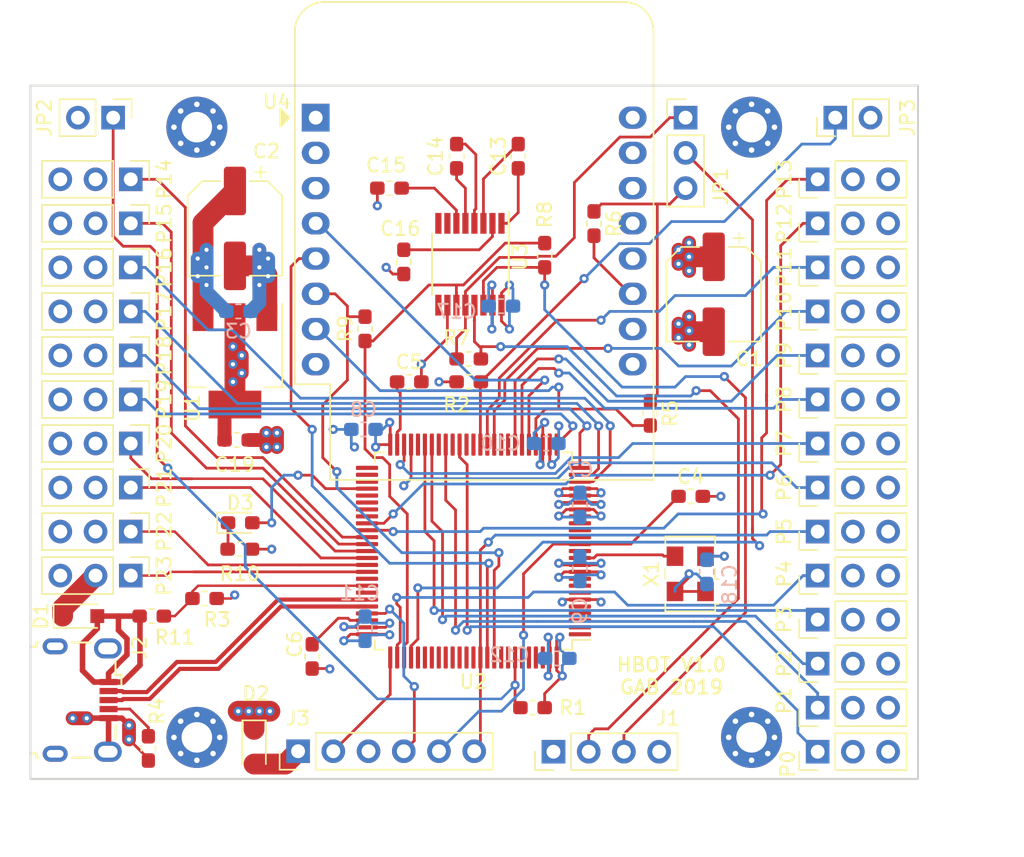
<source format=kicad_pcb>
(kicad_pcb (version 20171130) (host pcbnew "(5.1.2-1)-1")
  (layers (0 F.Cu signal) (1 In1.Cu signal hide) (2 In2.Cu signal hide) (31 B.Cu signal) (34 B.Paste user hide) (35 F.Paste user hide) (36 B.SilkS user) (37 F.SilkS user) (38 B.Mask user hide) (39 F.Mask user hide) (44 Edge.Cuts user))
  (net 0 "")
  (net 1 +5V)
  (net 2 GND)
  (net 3 +3V3)
  (net 4 NRST)
  (net 5 "Net-(C5-Pad1)")
  (net 6 "Net-(C6-Pad1)")
  (net 7 "Net-(C13-Pad2)")
  (net 8 "Net-(C13-Pad1)")
  (net 9 "Net-(C14-Pad1)")
  (net 10 "Net-(C14-Pad2)")
  (net 11 "Net-(C15-Pad1)")
  (net 12 "Net-(C16-Pad1)")
  (net 13 "Net-(D1-Pad2)")
  (net 14 "Net-(D2-Pad2)")
  (net 15 "Net-(J2-Pad4)")
  (net 16 JTCK_SWCLK)
  (net 17 JTMS_SWDIO)
  (net 18 JTDO_TRACESWO)
  (net 19 TIM1_CH1)
  (net 20 TIM1_CH2)
  (net 21 TIM1_CH3)
  (net 22 TIM1_CH4)
  (net 23 TIM2_CH1)
  (net 24 TIM2_CH3)
  (net 25 TIM2_CH4)
  (net 26 TIM3_CH1)
  (net 27 TIM3_CH2)
  (net 28 TIM3_CH3)
  (net 29 TIM3_CH4)
  (net 30 TIM4_CH1)
  (net 31 TIM4_CH2)
  (net 32 TIM4_CH3)
  (net 33 TIM4_CH4)
  (net 34 TIM5_CH1)
  (net 35 TIM5_CH2)
  (net 36 TIM5_CH3)
  (net 37 TIM5_CH4)
  (net 38 TIM8_CH1)
  (net 39 TIM8_CH2)
  (net 40 TIM8_CH3)
  (net 41 TIM8_CH4)
  (net 42 USART3_RX)
  (net 43 "Net-(R6-Pad2)")
  (net 44 "Net-(U2-Pad1)")
  (net 45 "Net-(U2-Pad2)")
  (net 46 "Net-(U2-Pad3)")
  (net 47 "Net-(U2-Pad4)")
  (net 48 "Net-(U2-Pad5)")
  (net 49 "Net-(U2-Pad7)")
  (net 50 "Net-(U2-Pad8)")
  (net 51 "Net-(U2-Pad9)")
  (net 52 "Net-(U2-Pad12)")
  (net 53 "Net-(U2-Pad13)")
  (net 54 "Net-(U2-Pad15)")
  (net 55 "Net-(U2-Pad16)")
  (net 56 "Net-(U2-Pad17)")
  (net 57 "Net-(U2-Pad18)")
  (net 58 SPI1_NSS)
  (net 59 SPI1_SCK)
  (net 60 "Net-(U2-Pad33)")
  (net 61 "Net-(U2-Pad34)")
  (net 62 "Net-(U2-Pad38)")
  (net 63 "Net-(U2-Pad39)")
  (net 64 "Net-(U2-Pad41)")
  (net 65 "Net-(U2-Pad43)")
  (net 66 "Net-(U2-Pad46)")
  (net 67 "Net-(U2-Pad51)")
  (net 68 "Net-(U2-Pad52)")
  (net 69 "Net-(U2-Pad53)")
  (net 70 USART3_TX)
  (net 71 "Net-(U2-Pad57)")
  (net 72 "Net-(U2-Pad58)")
  (net 73 "Net-(U2-Pad80)")
  (net 74 "Net-(U2-Pad81)")
  (net 75 "Net-(U2-Pad82)")
  (net 76 "Net-(U2-Pad83)")
  (net 77 "Net-(U2-Pad84)")
  (net 78 "Net-(U2-Pad85)")
  (net 79 "Net-(U2-Pad86)")
  (net 80 "Net-(U2-Pad87)")
  (net 81 "Net-(U2-Pad88)")
  (net 82 SPI1_MISO)
  (net 83 SPI1_MOSI)
  (net 84 "Net-(U2-Pad92)")
  (net 85 "Net-(U2-Pad93)")
  (net 86 "Net-(U2-Pad95)")
  (net 87 "Net-(U2-Pad96)")
  (net 88 "Net-(U2-Pad97)")
  (net 89 "Net-(U2-Pad98)")
  (net 90 "Net-(U3-Pad7)")
  (net 91 "Net-(U3-Pad8)")
  (net 92 "Net-(U3-Pad9)")
  (net 93 "Net-(U4-Pad2)")
  (net 94 "Net-(U4-Pad1)")
  (net 95 "Net-(U4-Pad3)")
  (net 96 "Net-(U4-Pad8)")
  (net 97 "Net-(U4-Pad12)")
  (net 98 "Net-(U4-Pad13)")
  (net 99 "Net-(U4-Pad14)")
  (net 100 "Net-(J1-Pad2)")
  (net 101 "Net-(J1-Pad3)")
  (net 102 /uart/RX)
  (net 103 "Net-(U4-Pad15)")
  (net 104 "Net-(U4-Pad16)")
  (net 105 "Net-(JP1-Pad3)")
  (net 106 "Net-(JP2-Pad1)")
  (net 107 "Net-(JP3-Pad1)")
  (net 108 /USB_P)
  (net 109 /USB_N)
  (net 110 "Net-(D3-Pad1)")
  (net 111 "Net-(D3-Pad2)")
  (net 112 "Net-(R11-Pad2)")
  (net 113 "Net-(U2-Pad55)")
  (net 114 "Net-(U2-Pad56)")
  (net 115 "Net-(U2-Pad67)")
  (net 116 "Net-(U2-Pad69)")
  (module R_0603_1608Metric_Pad1.05x0.95mm_HandSolder (layer F.Cu) (at 129.145 117.856)
    (fp_text reference R11 (at 1.665 1.524) (layer F.SilkS))
    (fp_text value 3K3)
    (pad 1 smd roundrect (at -0.875 0) (size 1.05 0.95) (layers F.Cu F.Paste F.Mask) (net 13 "Net-(D1-Pad2)"))
    (pad 2 smd roundrect (at 0.875 0) (size 1.05 0.95) (layers F.Cu F.Paste F.Mask) (net 112 "Net-(R11-Pad2)"))
  )
  (module Module:WEMOS_D1_mini_light (layer F.Cu) (at 140.97 81.915)
    (fp_text reference U4 (at -2.794 -1.143) (layer F.SilkS))
    (fp_text value WeMos_D1_mini)
    (pad 2 thru_hole oval (at 0 2.54) (size 2 1.6) (drill 1) (layers *.Cu *.Mask) (net 93 "Net-(U4-Pad2)"))
    (pad 1 thru_hole rect (at 0 0) (size 2 2) (drill 1) (layers *.Cu *.Mask) (net 94 "Net-(U4-Pad1)"))
    (pad 3 thru_hole oval (at 0 5.08) (size 2 1.6) (drill 1) (layers *.Cu *.Mask) (net 95 "Net-(U4-Pad3)"))
    (pad 4 thru_hole oval (at 0 7.62) (size 2 1.6) (drill 1) (layers *.Cu *.Mask) (net 59 SPI1_SCK))
    (pad 5 thru_hole oval (at 0 10.16) (size 2 1.6) (drill 1) (layers *.Cu *.Mask) (net 82 SPI1_MISO))
    (pad 6 thru_hole oval (at 0 12.7) (size 2 1.6) (drill 1) (layers *.Cu *.Mask) (net 83 SPI1_MOSI))
    (pad 7 thru_hole oval (at 0 15.24) (size 2 1.6) (drill 1) (layers *.Cu *.Mask) (net 58 SPI1_NSS))
    (pad 8 thru_hole oval (at 0 17.78) (size 2 1.6) (drill 1) (layers *.Cu *.Mask) (net 96 "Net-(U4-Pad8)"))
    (pad 9 thru_hole oval (at 22.86 17.78) (size 2 1.6) (drill 1) (layers *.Cu *.Mask) (net 1 +5V))
    (pad 10 thru_hole oval (at 22.86 15.24) (size 2 1.6) (drill 1) (layers *.Cu *.Mask) (net 2 GND))
    (pad 11 thru_hole oval (at 22.86 12.7) (size 2 1.6) (drill 1) (layers *.Cu *.Mask) (net 43 "Net-(R6-Pad2)"))
    (pad 12 thru_hole oval (at 22.86 10.16) (size 2 1.6) (drill 1) (layers *.Cu *.Mask) (net 97 "Net-(U4-Pad12)"))
    (pad 13 thru_hole oval (at 22.86 7.62) (size 2 1.6) (drill 1) (layers *.Cu *.Mask) (net 98 "Net-(U4-Pad13)"))
    (pad 14 thru_hole oval (at 22.86 5.08) (size 2 1.6) (drill 1) (layers *.Cu *.Mask) (net 99 "Net-(U4-Pad14)"))
    (pad 15 thru_hole oval (at 22.86 2.54) (size 2 1.6) (drill 1) (layers *.Cu *.Mask) (net 103 "Net-(U4-Pad15)"))
    (pad 16 thru_hole oval (at 22.86 0) (size 2 1.6) (drill 1) (layers *.Cu *.Mask) (net 104 "Net-(U4-Pad16)"))
  )
  (module Package_TO_SOT_SMD:SOT-223-3_TabPin2 (layer F.Cu) (at 135.146 99.45 270)
    (fp_text reference U1 (at 3.42 3.066 90) (layer F.SilkS))
    (fp_text value AMS1117-3.3)
    (pad 2 smd rect (at 3.15 0 270) (size 2 3.8) (layers F.Cu F.Paste F.Mask) (net 3 +3V3))
    (pad 2 smd rect (at -3.15 0 270) (size 2 1.5) (layers F.Cu F.Paste F.Mask) (net 3 +3V3))
    (pad 3 smd rect (at -3.15 2.3 270) (size 2 1.5) (layers F.Cu F.Paste F.Mask) (net 1 +5V))
    (pad 1 smd rect (at -3.15 -2.3 270) (size 2 1.5) (layers F.Cu F.Paste F.Mask) (net 2 GND))
  )
  (module Package_QFP:LQFP-100_14x14mm_P0.5mm (layer F.Cu) (at 152.345 113.165 180)
    (fp_text reference U2 (at 0 -9.42) (layer F.SilkS))
    (fp_text value STM32F407VGTx)
    (pad 1 smd roundrect (at -7.675 -6 180) (size 1.6 0.3) (layers F.Cu F.Paste F.Mask) (net 44 "Net-(U2-Pad1)"))
    (pad 2 smd roundrect (at -7.675 -5.5 180) (size 1.6 0.3) (layers F.Cu F.Paste F.Mask) (net 45 "Net-(U2-Pad2)"))
    (pad 3 smd roundrect (at -7.675 -5 180) (size 1.6 0.3) (layers F.Cu F.Paste F.Mask) (net 46 "Net-(U2-Pad3)"))
    (pad 4 smd roundrect (at -7.675 -4.5 180) (size 1.6 0.3) (layers F.Cu F.Paste F.Mask) (net 47 "Net-(U2-Pad4)"))
    (pad 5 smd roundrect (at -7.675 -4 180) (size 1.6 0.3) (layers F.Cu F.Paste F.Mask) (net 48 "Net-(U2-Pad5)"))
    (pad 6 smd roundrect (at -7.675 -3.5 180) (size 1.6 0.3) (layers F.Cu F.Paste F.Mask) (net 3 +3V3))
    (pad 7 smd roundrect (at -7.675 -3 180) (size 1.6 0.3) (layers F.Cu F.Paste F.Mask) (net 49 "Net-(U2-Pad7)"))
    (pad 8 smd roundrect (at -7.675 -2.5 180) (size 1.6 0.3) (layers F.Cu F.Paste F.Mask) (net 50 "Net-(U2-Pad8)"))
    (pad 9 smd roundrect (at -7.675 -2 180) (size 1.6 0.3) (layers F.Cu F.Paste F.Mask) (net 51 "Net-(U2-Pad9)"))
    (pad 10 smd roundrect (at -7.675 -1.5 180) (size 1.6 0.3) (layers F.Cu F.Paste F.Mask) (net 2 GND))
    (pad 11 smd roundrect (at -7.675 -1 180) (size 1.6 0.3) (layers F.Cu F.Paste F.Mask) (net 3 +3V3))
    (pad 12 smd roundrect (at -7.675 -0.5 180) (size 1.6 0.3) (layers F.Cu F.Paste F.Mask) (net 52 "Net-(U2-Pad12)"))
    (pad 13 smd roundrect (at -7.675 0 180) (size 1.6 0.3) (layers F.Cu F.Paste F.Mask) (net 53 "Net-(U2-Pad13)"))
    (pad 14 smd roundrect (at -7.675 0.5 180) (size 1.6 0.3) (layers F.Cu F.Paste F.Mask) (net 4 NRST))
    (pad 15 smd roundrect (at -7.675 1 180) (size 1.6 0.3) (layers F.Cu F.Paste F.Mask) (net 54 "Net-(U2-Pad15)"))
    (pad 16 smd roundrect (at -7.675 1.5 180) (size 1.6 0.3) (layers F.Cu F.Paste F.Mask) (net 55 "Net-(U2-Pad16)"))
    (pad 17 smd roundrect (at -7.675 2 180) (size 1.6 0.3) (layers F.Cu F.Paste F.Mask) (net 56 "Net-(U2-Pad17)"))
    (pad 18 smd roundrect (at -7.675 2.5 180) (size 1.6 0.3) (layers F.Cu F.Paste F.Mask) (net 57 "Net-(U2-Pad18)"))
    (pad 19 smd roundrect (at -7.675 3 180) (size 1.6 0.3) (layers F.Cu F.Paste F.Mask) (net 3 +3V3))
    (pad 20 smd roundrect (at -7.675 3.5 180) (size 1.6 0.3) (layers F.Cu F.Paste F.Mask) (net 2 GND))
    (pad 21 smd roundrect (at -7.675 4 180) (size 1.6 0.3) (layers F.Cu F.Paste F.Mask) (net 3 +3V3))
    (pad 22 smd roundrect (at -7.675 4.5 180) (size 1.6 0.3) (layers F.Cu F.Paste F.Mask) (net 3 +3V3))
    (pad 23 smd roundrect (at -7.675 5 180) (size 1.6 0.3) (layers F.Cu F.Paste F.Mask) (net 34 TIM5_CH1))
    (pad 24 smd roundrect (at -7.675 5.5 180) (size 1.6 0.3) (layers F.Cu F.Paste F.Mask) (net 35 TIM5_CH2))
    (pad 25 smd roundrect (at -7.675 6 180) (size 1.6 0.3) (layers F.Cu F.Paste F.Mask) (net 36 TIM5_CH3))
    (pad 26 smd roundrect (at -6 7.675 180) (size 0.3 1.6) (layers F.Cu F.Paste F.Mask) (net 37 TIM5_CH4))
    (pad 27 smd roundrect (at -5.5 7.675 180) (size 0.3 1.6) (layers F.Cu F.Paste F.Mask) (net 2 GND))
    (pad 28 smd roundrect (at -5 7.675 180) (size 0.3 1.6) (layers F.Cu F.Paste F.Mask) (net 3 +3V3))
    (pad 29 smd roundrect (at -4.5 7.675 180) (size 0.3 1.6) (layers F.Cu F.Paste F.Mask) (net 58 SPI1_NSS))
    (pad 30 smd roundrect (at -4 7.675 180) (size 0.3 1.6) (layers F.Cu F.Paste F.Mask) (net 59 SPI1_SCK))
    (pad 31 smd roundrect (at -3.5 7.675 180) (size 0.3 1.6) (layers F.Cu F.Paste F.Mask) (net 26 TIM3_CH1))
    (pad 32 smd roundrect (at -3 7.675 180) (size 0.3 1.6) (layers F.Cu F.Paste F.Mask) (net 27 TIM3_CH2))
    (pad 33 smd roundrect (at -2.5 7.675 180) (size 0.3 1.6) (layers F.Cu F.Paste F.Mask) (net 60 "Net-(U2-Pad33)"))
    (pad 34 smd roundrect (at -2 7.675 180) (size 0.3 1.6) (layers F.Cu F.Paste F.Mask) (net 61 "Net-(U2-Pad34)"))
    (pad 35 smd roundrect (at -1.5 7.675 180) (size 0.3 1.6) (layers F.Cu F.Paste F.Mask) (net 28 TIM3_CH3))
    (pad 36 smd roundrect (at -1 7.675 180) (size 0.3 1.6) (layers F.Cu F.Paste F.Mask) (net 29 TIM3_CH4))
    (pad 37 smd roundrect (at -0.5 7.675 180) (size 0.3 1.6) (layers F.Cu F.Paste F.Mask) (net 107 "Net-(JP3-Pad1)"))
    (pad 38 smd roundrect (at 0 7.675 180) (size 0.3 1.6) (layers F.Cu F.Paste F.Mask) (net 62 "Net-(U2-Pad38)"))
    (pad 39 smd roundrect (at 0.5 7.675 180) (size 0.3 1.6) (layers F.Cu F.Paste F.Mask) (net 63 "Net-(U2-Pad39)"))
    (pad 40 smd roundrect (at 1 7.675 180) (size 0.3 1.6) (layers F.Cu F.Paste F.Mask) (net 19 TIM1_CH1))
    (pad 41 smd roundrect (at 1.5 7.675 180) (size 0.3 1.6) (layers F.Cu F.Paste F.Mask) (net 64 "Net-(U2-Pad41)"))
    (pad 42 smd roundrect (at 2 7.675 180) (size 0.3 1.6) (layers F.Cu F.Paste F.Mask) (net 20 TIM1_CH2))
    (pad 43 smd roundrect (at 2.5 7.675 180) (size 0.3 1.6) (layers F.Cu F.Paste F.Mask) (net 65 "Net-(U2-Pad43)"))
    (pad 44 smd roundrect (at 3 7.675 180) (size 0.3 1.6) (layers F.Cu F.Paste F.Mask) (net 21 TIM1_CH3))
    (pad 45 smd roundrect (at 3.5 7.675 180) (size 0.3 1.6) (layers F.Cu F.Paste F.Mask) (net 22 TIM1_CH4))
    (pad 46 smd roundrect (at 4 7.675 180) (size 0.3 1.6) (layers F.Cu F.Paste F.Mask) (net 66 "Net-(U2-Pad46)"))
    (pad 47 smd roundrect (at 4.5 7.675 180) (size 0.3 1.6) (layers F.Cu F.Paste F.Mask) (net 24 TIM2_CH3))
    (pad 48 smd roundrect (at 5 7.675 180) (size 0.3 1.6) (layers F.Cu F.Paste F.Mask) (net 25 TIM2_CH4))
    (pad 49 smd roundrect (at 5.5 7.675 180) (size 0.3 1.6) (layers F.Cu F.Paste F.Mask) (net 5 "Net-(C5-Pad1)"))
    (pad 50 smd roundrect (at 6 7.675 180) (size 0.3 1.6) (layers F.Cu F.Paste F.Mask) (net 3 +3V3))
    (pad 51 smd roundrect (at 7.675 6 180) (size 1.6 0.3) (layers F.Cu F.Paste F.Mask) (net 67 "Net-(U2-Pad51)"))
    (pad 52 smd roundrect (at 7.675 5.5 180) (size 1.6 0.3) (layers F.Cu F.Paste F.Mask) (net 68 "Net-(U2-Pad52)"))
    (pad 53 smd roundrect (at 7.675 5 180) (size 1.6 0.3) (layers F.Cu F.Paste F.Mask) (net 69 "Net-(U2-Pad53)"))
    (pad 54 smd roundrect (at 7.675 4.5 180) (size 1.6 0.3) (layers F.Cu F.Paste F.Mask) (net 111 "Net-(D3-Pad2)"))
    (pad 55 smd roundrect (at 7.675 4 180) (size 1.6 0.3) (layers F.Cu F.Paste F.Mask) (net 113 "Net-(U2-Pad55)"))
    (pad 56 smd roundrect (at 7.675 3.5 180) (size 1.6 0.3) (layers F.Cu F.Paste F.Mask) (net 114 "Net-(U2-Pad56)"))
    (pad 57 smd roundrect (at 7.675 3 180) (size 1.6 0.3) (layers F.Cu F.Paste F.Mask) (net 71 "Net-(U2-Pad57)"))
    (pad 58 smd roundrect (at 7.675 2.5 180) (size 1.6 0.3) (layers F.Cu F.Paste F.Mask) (net 72 "Net-(U2-Pad58)"))
    (pad 59 smd roundrect (at 7.675 2 180) (size 1.6 0.3) (layers F.Cu F.Paste F.Mask) (net 30 TIM4_CH1))
    (pad 60 smd roundrect (at 7.675 1.5 180) (size 1.6 0.3) (layers F.Cu F.Paste F.Mask) (net 31 TIM4_CH2))
    (pad 61 smd roundrect (at 7.675 1 180) (size 1.6 0.3) (layers F.Cu F.Paste F.Mask) (net 32 TIM4_CH3))
    (pad 62 smd roundrect (at 7.675 0.5 180) (size 1.6 0.3) (layers F.Cu F.Paste F.Mask) (net 33 TIM4_CH4))
    (pad 63 smd roundrect (at 7.675 0 180) (size 1.6 0.3) (layers F.Cu F.Paste F.Mask) (net 38 TIM8_CH1))
    (pad 64 smd roundrect (at 7.675 -0.5 180) (size 1.6 0.3) (layers F.Cu F.Paste F.Mask) (net 39 TIM8_CH2))
    (pad 65 smd roundrect (at 7.675 -1 180) (size 1.6 0.3) (layers F.Cu F.Paste F.Mask) (net 40 TIM8_CH3))
    (pad 66 smd roundrect (at 7.675 -1.5 180) (size 1.6 0.3) (layers F.Cu F.Paste F.Mask) (net 41 TIM8_CH4))
    (pad 67 smd roundrect (at 7.675 -2 180) (size 1.6 0.3) (layers F.Cu F.Paste F.Mask) (net 115 "Net-(U2-Pad67)"))
    (pad 68 smd roundrect (at 7.675 -2.5 180) (size 1.6 0.3) (layers F.Cu F.Paste F.Mask) (net 112 "Net-(R11-Pad2)"))
    (pad 69 smd roundrect (at 7.675 -3 180) (size 1.6 0.3) (layers F.Cu F.Paste F.Mask) (net 116 "Net-(U2-Pad69)"))
    (pad 70 smd roundrect (at 7.675 -3.5 180) (size 1.6 0.3) (layers F.Cu F.Paste F.Mask) (net 109 /USB_N))
    (pad 71 smd roundrect (at 7.675 -4 180) (size 1.6 0.3) (layers F.Cu F.Paste F.Mask) (net 108 /USB_P))
    (pad 72 smd roundrect (at 7.675 -4.5 180) (size 1.6 0.3) (layers F.Cu F.Paste F.Mask) (net 17 JTMS_SWDIO))
    (pad 73 smd roundrect (at 7.675 -5 180) (size 1.6 0.3) (layers F.Cu F.Paste F.Mask) (net 6 "Net-(C6-Pad1)"))
    (pad 74 smd roundrect (at 7.675 -5.5 180) (size 1.6 0.3) (layers F.Cu F.Paste F.Mask) (net 2 GND))
    (pad 75 smd roundrect (at 7.675 -6 180) (size 1.6 0.3) (layers F.Cu F.Paste F.Mask) (net 3 +3V3))
    (pad 76 smd roundrect (at 6 -7.675 180) (size 0.3 1.6) (layers F.Cu F.Paste F.Mask) (net 16 JTCK_SWCLK))
    (pad 77 smd roundrect (at 5.5 -7.675 180) (size 0.3 1.6) (layers F.Cu F.Paste F.Mask) (net 23 TIM2_CH1))
    (pad 78 smd roundrect (at 5 -7.675 180) (size 0.3 1.6) (layers F.Cu F.Paste F.Mask) (net 70 USART3_TX))
    (pad 79 smd roundrect (at 4.5 -7.675 180) (size 0.3 1.6) (layers F.Cu F.Paste F.Mask) (net 42 USART3_RX))
    (pad 80 smd roundrect (at 4 -7.675 180) (size 0.3 1.6) (layers F.Cu F.Paste F.Mask) (net 73 "Net-(U2-Pad80)"))
    (pad 81 smd roundrect (at 3.5 -7.675 180) (size 0.3 1.6) (layers F.Cu F.Paste F.Mask) (net 74 "Net-(U2-Pad81)"))
    (pad 82 smd roundrect (at 3 -7.675 180) (size 0.3 1.6) (layers F.Cu F.Paste F.Mask) (net 75 "Net-(U2-Pad82)"))
    (pad 83 smd roundrect (at 2.5 -7.675 180) (size 0.3 1.6) (layers F.Cu F.Paste F.Mask) (net 76 "Net-(U2-Pad83)"))
    (pad 84 smd roundrect (at 2 -7.675 180) (size 0.3 1.6) (layers F.Cu F.Paste F.Mask) (net 77 "Net-(U2-Pad84)"))
    (pad 85 smd roundrect (at 1.5 -7.675 180) (size 0.3 1.6) (layers F.Cu F.Paste F.Mask) (net 78 "Net-(U2-Pad85)"))
    (pad 86 smd roundrect (at 1 -7.675 180) (size 0.3 1.6) (layers F.Cu F.Paste F.Mask) (net 79 "Net-(U2-Pad86)"))
    (pad 87 smd roundrect (at 0.5 -7.675 180) (size 0.3 1.6) (layers F.Cu F.Paste F.Mask) (net 80 "Net-(U2-Pad87)"))
    (pad 88 smd roundrect (at 0 -7.675 180) (size 0.3 1.6) (layers F.Cu F.Paste F.Mask) (net 81 "Net-(U2-Pad88)"))
    (pad 89 smd roundrect (at -0.5 -7.675 180) (size 0.3 1.6) (layers F.Cu F.Paste F.Mask) (net 18 JTDO_TRACESWO))
    (pad 90 smd roundrect (at -1 -7.675 180) (size 0.3 1.6) (layers F.Cu F.Paste F.Mask) (net 82 SPI1_MISO))
    (pad 91 smd roundrect (at -1.5 -7.675 180) (size 0.3 1.6) (layers F.Cu F.Paste F.Mask) (net 83 SPI1_MOSI))
    (pad 92 smd roundrect (at -2 -7.675 180) (size 0.3 1.6) (layers F.Cu F.Paste F.Mask) (net 84 "Net-(U2-Pad92)"))
    (pad 93 smd roundrect (at -2.5 -7.675 180) (size 0.3 1.6) (layers F.Cu F.Paste F.Mask) (net 85 "Net-(U2-Pad93)"))
    (pad 94 smd roundrect (at -3 -7.675 180) (size 0.3 1.6) (layers F.Cu F.Paste F.Mask) (net 106 "Net-(JP2-Pad1)"))
    (pad 95 smd roundrect (at -3.5 -7.675 180) (size 0.3 1.6) (layers F.Cu F.Paste F.Mask) (net 86 "Net-(U2-Pad95)"))
    (pad 96 smd roundrect (at -4 -7.675 180) (size 0.3 1.6) (layers F.Cu F.Paste F.Mask) (net 87 "Net-(U2-Pad96)"))
    (pad 97 smd roundrect (at -4.5 -7.675 180) (size 0.3 1.6) (layers F.Cu F.Paste F.Mask) (net 88 "Net-(U2-Pad97)"))
    (pad 98 smd roundrect (at -5 -7.675 180) (size 0.3 1.6) (layers F.Cu F.Paste F.Mask) (net 89 "Net-(U2-Pad98)"))
    (pad 99 smd roundrect (at -5.5 -7.675 180) (size 0.3 1.6) (layers F.Cu F.Paste F.Mask) (net 2 GND))
    (pad 100 smd roundrect (at -6 -7.675 180) (size 0.3 1.6) (layers F.Cu F.Paste F.Mask) (net 3 +3V3))
  )
  (module CP_Elec_6.3x7.7 (layer F.Cu) (at 135.146 89.9 270)
    (fp_text reference C2 (at -5.572 -2.268 180) (layer F.SilkS))
    (fp_text value 100u)
    (pad 1 smd roundrect (at -2.7 0 270) (size 3.5 1.6) (layers F.Cu F.Paste F.Mask) (roundrect_rratio 0.15625) (net 1 +5V))
    (pad 2 smd roundrect (at 2.7 0 270) (size 3.5 1.6) (layers F.Cu F.Paste F.Mask) (roundrect_rratio 0.15625) (net 2 GND))
  )
  (module C_0603_1608Metric_Pad1.05x0.95mm_HandSolder (layer B.Cu) (at 169.164 114.667 90)
    (fp_text reference C18 (at -0.903 1.651 90) (layer B.SilkS) (effects (justify mirror)))
    (fp_text value 100n)
    (pad 2 smd roundrect (at 0.875 0 90) (size 1.05 0.95) (layers B.Cu B.Paste B.Mask) (net 2 GND))
    (pad 1 smd roundrect (at -0.875 0 90) (size 1.05 0.95) (layers B.Cu B.Paste B.Mask) (net 3 +3V3))
  )
  (module C_0603_1608Metric_Pad1.05x0.95mm_HandSolder (layer B.Cu) (at 135.396 95.885)
    (fp_text reference C3 (at 0 1.43) (layer B.SilkS) (effects (justify mirror)))
    (fp_text value 100n)
    (pad 1 smd roundrect (at -0.875 0) (size 1.05 0.95) (layers B.Cu B.Paste B.Mask) (net 1 +5V))
    (pad 2 smd roundrect (at 0.875 0) (size 1.05 0.95) (layers B.Cu B.Paste B.Mask) (net 2 GND))
  )
  (module C_0603_1608Metric_Pad1.05x0.95mm_HandSolder (layer F.Cu) (at 168.007 109.22)
    (fp_text reference C4 (at 0 -1.43) (layer F.SilkS))
    (fp_text value 100n)
    (pad 2 smd roundrect (at 0.875 0) (size 1.05 0.95) (layers F.Cu F.Paste F.Mask) (net 2 GND))
    (pad 1 smd roundrect (at -0.875 0) (size 1.05 0.95) (layers F.Cu F.Paste F.Mask) (net 4 NRST))
  )
  (module C_0603_1608Metric_Pad1.05x0.95mm_HandSolder (layer F.Cu) (at 147.715 100.965)
    (fp_text reference C5 (at 0 -1.43) (layer F.SilkS))
    (fp_text value 2u2)
    (pad 2 smd roundrect (at 0.875 0) (size 1.05 0.95) (layers F.Cu F.Paste F.Mask) (net 2 GND))
    (pad 1 smd roundrect (at -0.875 0) (size 1.05 0.95) (layers F.Cu F.Paste F.Mask) (net 5 "Net-(C5-Pad1)"))
  )
  (module C_0603_1608Metric_Pad1.05x0.95mm_HandSolder (layer F.Cu) (at 140.716 120.763 270)
    (fp_text reference C6 (at -0.875 1.27 90) (layer F.SilkS))
    (fp_text value 2u2)
    (pad 1 smd roundrect (at -0.875 0 270) (size 1.05 0.95) (layers F.Cu F.Paste F.Mask) (net 6 "Net-(C6-Pad1)"))
    (pad 2 smd roundrect (at 0.875 0 270) (size 1.05 0.95) (layers F.Cu F.Paste F.Mask) (net 2 GND))
  )
  (module C_0603_1608Metric_Pad1.05x0.95mm_HandSolder (layer B.Cu) (at 160.02 109.841 90)
    (fp_text reference C7 (at 2.526 0 180) (layer B.SilkS) (effects (justify mirror)))
    (fp_text value 100n)
    (pad 2 smd roundrect (at 0.875 0 90) (size 1.05 0.95) (layers B.Cu B.Paste B.Mask) (net 2 GND))
    (pad 1 smd roundrect (at -0.875 0 90) (size 1.05 0.95) (layers B.Cu B.Paste B.Mask) (net 3 +3V3))
  )
  (module C_0603_1608Metric_Pad1.05x0.95mm_HandSolder (layer B.Cu) (at 144.413 104.394 180)
    (fp_text reference C8 (at 0 1.43) (layer B.SilkS) (effects (justify mirror)))
    (fp_text value 100n)
    (pad 1 smd roundrect (at -0.875 0 180) (size 1.05 0.95) (layers B.Cu B.Paste B.Mask) (net 3 +3V3))
    (pad 2 smd roundrect (at 0.875 0 180) (size 1.05 0.95) (layers B.Cu B.Paste B.Mask) (net 2 GND))
  )
  (module C_0603_1608Metric_Pad1.05x0.95mm_HandSolder (layer B.Cu) (at 160.02 114.441 270)
    (fp_text reference C9 (at 3.034 0 90) (layer B.SilkS) (effects (justify mirror)))
    (fp_text value 100n)
    (pad 2 smd roundrect (at 0.875 0 270) (size 1.05 0.95) (layers B.Cu B.Paste B.Mask) (net 2 GND))
    (pad 1 smd roundrect (at -0.875 0 270) (size 1.05 0.95) (layers B.Cu B.Paste B.Mask) (net 3 +3V3))
  )
  (module C_0603_1608Metric_Pad1.05x0.95mm_HandSolder (layer B.Cu) (at 157.593 105.41)
    (fp_text reference C10 (at -3.288 0) (layer B.SilkS) (effects (justify mirror)))
    (fp_text value 100n)
    (pad 1 smd roundrect (at -0.875 0) (size 1.05 0.95) (layers B.Cu B.Paste B.Mask) (net 3 +3V3))
    (pad 2 smd roundrect (at 0.875 0) (size 1.05 0.95) (layers B.Cu B.Paste B.Mask) (net 2 GND))
  )
  (module C_0603_1608Metric_Pad1.05x0.95mm_HandSolder (layer B.Cu) (at 144.526 118.759 90)
    (fp_text reference C11 (at 2.554 -0.381 180) (layer B.SilkS) (effects (justify mirror)))
    (fp_text value 100n)
    (pad 2 smd roundrect (at 0.875 0 90) (size 1.05 0.95) (layers B.Cu B.Paste B.Mask) (net 2 GND))
    (pad 1 smd roundrect (at -0.875 0 90) (size 1.05 0.95) (layers B.Cu B.Paste B.Mask) (net 3 +3V3))
  )
  (module C_0603_1608Metric_Pad1.05x0.95mm_HandSolder (layer B.Cu) (at 158.383 120.904 180)
    (fp_text reference C12 (at 3.443 0.254) (layer B.SilkS) (effects (justify mirror)))
    (fp_text value 100n)
    (pad 1 smd roundrect (at -0.875 0 180) (size 1.05 0.95) (layers B.Cu B.Paste B.Mask) (net 3 +3V3))
    (pad 2 smd roundrect (at 0.875 0 180) (size 1.05 0.95) (layers B.Cu B.Paste B.Mask) (net 2 GND))
  )
  (module C_0603_1608Metric_Pad1.05x0.95mm_HandSolder (layer F.Cu) (at 155.575 84.695 90)
    (fp_text reference C13 (at 0 -1.43 270) (layer F.SilkS))
    (fp_text value 100n)
    (pad 2 smd roundrect (at 0.875 0 90) (size 1.05 0.95) (layers F.Cu F.Paste F.Mask) (net 7 "Net-(C13-Pad2)"))
    (pad 1 smd roundrect (at -0.875 0 90) (size 1.05 0.95) (layers F.Cu F.Paste F.Mask) (net 8 "Net-(C13-Pad1)"))
  )
  (module C_0603_1608Metric_Pad1.05x0.95mm_HandSolder (layer F.Cu) (at 151.13 84.695 270)
    (fp_text reference C14 (at 0 1.524 90) (layer F.SilkS))
    (fp_text value 100n)
    (pad 1 smd roundrect (at -0.875 0 270) (size 1.05 0.95) (layers F.Cu F.Paste F.Mask) (net 9 "Net-(C14-Pad1)"))
    (pad 2 smd roundrect (at 0.875 0 270) (size 1.05 0.95) (layers F.Cu F.Paste F.Mask) (net 10 "Net-(C14-Pad2)"))
  )
  (module C_0603_1608Metric_Pad1.05x0.95mm_HandSolder (layer F.Cu) (at 146.29 86.995 180)
    (fp_text reference C15 (at 0.24 1.651) (layer F.SilkS))
    (fp_text value 100n)
    (pad 2 smd roundrect (at 0.875 0 180) (size 1.05 0.95) (layers F.Cu F.Paste F.Mask) (net 2 GND))
    (pad 1 smd roundrect (at -0.875 0 180) (size 1.05 0.95) (layers F.Cu F.Paste F.Mask) (net 11 "Net-(C15-Pad1)"))
  )
  (module C_0603_1608Metric_Pad1.05x0.95mm_HandSolder (layer F.Cu) (at 147.32 92.315 270)
    (fp_text reference C16 (at -2.399 0.254 180) (layer F.SilkS))
    (fp_text value 100n)
    (pad 1 smd roundrect (at -0.875 0 270) (size 1.05 0.95) (layers F.Cu F.Paste F.Mask) (net 12 "Net-(C16-Pad1)"))
    (pad 2 smd roundrect (at 0.875 0 270) (size 1.05 0.95) (layers F.Cu F.Paste F.Mask) (net 2 GND))
  )
  (module C_0603_1608Metric_Pad1.05x0.95mm_HandSolder (layer B.Cu) (at 154.319 95.504 180)
    (fp_text reference C17 (at 3.189 -0.381) (layer B.SilkS) (effects (justify mirror)))
    (fp_text value 100n)
    (pad 1 smd roundrect (at -0.875 0 180) (size 1.05 0.95) (layers B.Cu B.Paste B.Mask) (net 3 +3V3))
    (pad 2 smd roundrect (at 0.875 0 180) (size 1.05 0.95) (layers B.Cu B.Paste B.Mask) (net 2 GND))
  )
  (module D_SOD-323_HandSoldering (layer F.Cu) (at 123.972 117.856)
    (fp_text reference D1 (at -2.814 0 270) (layer F.SilkS))
    (fp_text value BAT60JFILM)
    (pad 2 smd rect (at 1.25 0) (size 1 1) (layers F.Cu F.Paste F.Mask) (net 13 "Net-(D1-Pad2)"))
    (pad 1 smd rect (at -1.25 0) (size 1 1) (layers F.Cu F.Paste F.Mask) (net 1 +5V))
  )
  (module D_SOD-323_HandSoldering (layer F.Cu) (at 136.525 127.274 270)
    (fp_text reference D2 (at -3.83 -0.127 180) (layer F.SilkS))
    (fp_text value BAT60JFILM)
    (pad 1 smd rect (at -1.25 0 270) (size 1 1) (layers F.Cu F.Paste F.Mask) (net 1 +5V))
    (pad 2 smd rect (at 1.25 0 270) (size 1 1) (layers F.Cu F.Paste F.Mask) (net 14 "Net-(D2-Pad2)"))
  )
  (module USB_Micro-B_Wuerth_629105150521 (layer F.Cu) (at 124.134 123.91 270)
    (fp_text reference J2 (at -3.768 -4.136 90) (layer F.SilkS))
    (fp_text value USB_B_Micro)
    (pad 1 smd rect (at -1.3 -1.9 270) (size 0.45 1.3) (layers F.Cu F.Paste F.Mask) (net 13 "Net-(D1-Pad2)"))
    (pad 2 smd rect (at -0.65 -1.9 270) (size 0.45 1.3) (layers F.Cu F.Paste F.Mask) (net 109 /USB_N))
    (pad 3 smd rect (at 0 -1.9 270) (size 0.45 1.3) (layers F.Cu F.Paste F.Mask) (net 108 /USB_P))
    (pad 4 smd rect (at 0.65 -1.9 270) (size 0.45 1.3) (layers F.Cu F.Paste F.Mask) (net 15 "Net-(J2-Pad4)"))
    (pad 5 smd rect (at 1.3 -1.9 270) (size 0.45 1.3) (layers F.Cu F.Paste F.Mask) (net 2 GND))
    (pad 6 thru_hole oval (at -3.725 -1.85 270) (size 1.45 2) (drill oval 0.85 1.4) (layers *.Cu *.Mask) (net 2 GND))
    (pad 6 thru_hole oval (at 3.725 -1.85 270) (size 1.45 2) (drill oval 0.85 1.4) (layers *.Cu *.Mask) (net 2 GND))
    (pad 6 thru_hole oval (at -3.875 1.95 270) (size 1.15 1.8) (drill oval 0.55 1.2) (layers *.Cu *.Mask) (net 2 GND))
    (pad 6 thru_hole oval (at 3.875 1.95 270) (size 1.15 1.8) (drill oval 0.55 1.2) (layers *.Cu *.Mask) (net 2 GND))
    (pad "" np_thru_hole oval (at -2.5 -0.8 270) (size 0.8 0.8) (drill 0.8) (layers *.Cu *.Mask))
    (pad "" np_thru_hole oval (at 2.5 -0.8 270) (size 0.8 0.8) (drill 0.8) (layers *.Cu *.Mask))
  )
  (module PinHeader_1x06_P2.54mm_Vertical (layer F.Cu) (at 139.7 127.6 90)
    (fp_text reference J3 (at 2.378 0 180) (layer F.SilkS))
    (fp_text value Conn_01x06_Male)
    (pad 1 thru_hole rect (at 0 0 90) (size 1.7 1.7) (drill 1) (layers *.Cu *.Mask) (net 14 "Net-(D2-Pad2)"))
    (pad 2 thru_hole oval (at 0 2.54 90) (size 1.7 1.7) (drill 1) (layers *.Cu *.Mask) (net 16 JTCK_SWCLK))
    (pad 3 thru_hole oval (at 0 5.08 90) (size 1.7 1.7) (drill 1) (layers *.Cu *.Mask) (net 2 GND))
    (pad 4 thru_hole oval (at 0 7.62 90) (size 1.7 1.7) (drill 1) (layers *.Cu *.Mask) (net 17 JTMS_SWDIO))
    (pad 5 thru_hole oval (at 0 10.16 90) (size 1.7 1.7) (drill 1) (layers *.Cu *.Mask) (net 4 NRST))
    (pad 6 thru_hole oval (at 0 12.7 90) (size 1.7 1.7) (drill 1) (layers *.Cu *.Mask) (net 18 JTDO_TRACESWO))
  )
  (module PinHeader_1x03_P2.54mm_Vertical (layer F.Cu) (at 177.165 127.635 90)
    (fp_text reference P0 (at -0.889 -2.159 90) (layer F.SilkS))
    (fp_text value Conn_01x03_Male)
    (pad 1 thru_hole rect (at 0 0 90) (size 1.7 1.7) (drill 1) (layers *.Cu *.Mask) (net 19 TIM1_CH1))
    (pad 2 thru_hole oval (at 0 2.54 90) (size 1.7 1.7) (drill 1) (layers *.Cu *.Mask) (net 1 +5V))
    (pad 3 thru_hole oval (at 0 5.08 90) (size 1.7 1.7) (drill 1) (layers *.Cu *.Mask) (net 2 GND))
  )
  (module PinHeader_1x03_P2.54mm_Vertical (layer F.Cu) (at 177.165 124.46 90)
    (fp_text reference P1 (at 0.508 -2.413 90) (layer F.SilkS))
    (fp_text value Conn_01x03_Male)
    (pad 3 thru_hole oval (at 0 5.08 90) (size 1.7 1.7) (drill 1) (layers *.Cu *.Mask) (net 2 GND))
    (pad 2 thru_hole oval (at 0 2.54 90) (size 1.7 1.7) (drill 1) (layers *.Cu *.Mask) (net 1 +5V))
    (pad 1 thru_hole rect (at 0 0 90) (size 1.7 1.7) (drill 1) (layers *.Cu *.Mask) (net 20 TIM1_CH2))
  )
  (module PinHeader_1x03_P2.54mm_Vertical (layer F.Cu) (at 177.165 121.285 90)
    (fp_text reference P2 (at 0 -2.413 90) (layer F.SilkS))
    (fp_text value Conn_01x03_Male)
    (pad 1 thru_hole rect (at 0 0 90) (size 1.7 1.7) (drill 1) (layers *.Cu *.Mask) (net 21 TIM1_CH3))
    (pad 2 thru_hole oval (at 0 2.54 90) (size 1.7 1.7) (drill 1) (layers *.Cu *.Mask) (net 1 +5V))
    (pad 3 thru_hole oval (at 0 5.08 90) (size 1.7 1.7) (drill 1) (layers *.Cu *.Mask) (net 2 GND))
  )
  (module PinHeader_1x03_P2.54mm_Vertical (layer F.Cu) (at 177.165 118.11 90)
    (fp_text reference P3 (at 0 -2.413 90) (layer F.SilkS))
    (fp_text value Conn_01x03_Male)
    (pad 3 thru_hole oval (at 0 5.08 90) (size 1.7 1.7) (drill 1) (layers *.Cu *.Mask) (net 2 GND))
    (pad 2 thru_hole oval (at 0 2.54 90) (size 1.7 1.7) (drill 1) (layers *.Cu *.Mask) (net 1 +5V))
    (pad 1 thru_hole rect (at 0 0 90) (size 1.7 1.7) (drill 1) (layers *.Cu *.Mask) (net 22 TIM1_CH4))
  )
  (module PinHeader_1x03_P2.54mm_Vertical (layer F.Cu) (at 177.165 114.935 90)
    (fp_text reference P4 (at 0.127 -2.413 90) (layer F.SilkS))
    (fp_text value Conn_01x03_Male)
    (pad 1 thru_hole rect (at 0 0 90) (size 1.7 1.7) (drill 1) (layers *.Cu *.Mask) (net 23 TIM2_CH1))
    (pad 2 thru_hole oval (at 0 2.54 90) (size 1.7 1.7) (drill 1) (layers *.Cu *.Mask) (net 1 +5V))
    (pad 3 thru_hole oval (at 0 5.08 90) (size 1.7 1.7) (drill 1) (layers *.Cu *.Mask) (net 2 GND))
  )
  (module PinHeader_1x03_P2.54mm_Vertical (layer F.Cu) (at 177.165 111.76 90)
    (fp_text reference P5 (at 0 -2.413 90) (layer F.SilkS))
    (fp_text value Conn_01x03_Male)
    (pad 3 thru_hole oval (at 0 5.08 90) (size 1.7 1.7) (drill 1) (layers *.Cu *.Mask) (net 2 GND))
    (pad 2 thru_hole oval (at 0 2.54 90) (size 1.7 1.7) (drill 1) (layers *.Cu *.Mask) (net 1 +5V))
    (pad 1 thru_hole rect (at 0 0 90) (size 1.7 1.7) (drill 1) (layers *.Cu *.Mask) (net 18 JTDO_TRACESWO))
  )
  (module PinHeader_1x03_P2.54mm_Vertical (layer F.Cu) (at 177.165 108.585 90)
    (fp_text reference P6 (at 0 -2.413 90) (layer F.SilkS))
    (fp_text value Conn_01x03_Male)
    (pad 1 thru_hole rect (at 0 0 90) (size 1.7 1.7) (drill 1) (layers *.Cu *.Mask) (net 24 TIM2_CH3))
    (pad 2 thru_hole oval (at 0 2.54 90) (size 1.7 1.7) (drill 1) (layers *.Cu *.Mask) (net 1 +5V))
    (pad 3 thru_hole oval (at 0 5.08 90) (size 1.7 1.7) (drill 1) (layers *.Cu *.Mask) (net 2 GND))
  )
  (module PinHeader_1x03_P2.54mm_Vertical (layer F.Cu) (at 177.165 105.41 90)
    (fp_text reference P7 (at 0 -2.413 90) (layer F.SilkS))
    (fp_text value Conn_01x03_Male)
    (pad 1 thru_hole rect (at 0 0 90) (size 1.7 1.7) (drill 1) (layers *.Cu *.Mask) (net 25 TIM2_CH4))
    (pad 2 thru_hole oval (at 0 2.54 90) (size 1.7 1.7) (drill 1) (layers *.Cu *.Mask) (net 1 +5V))
    (pad 3 thru_hole oval (at 0 5.08 90) (size 1.7 1.7) (drill 1) (layers *.Cu *.Mask) (net 2 GND))
  )
  (module PinHeader_1x03_P2.54mm_Vertical (layer F.Cu) (at 177.165 102.235 90)
    (fp_text reference P8 (at 0 -2.413 90) (layer F.SilkS))
    (fp_text value Conn_01x03_Male)
    (pad 1 thru_hole rect (at 0 0 90) (size 1.7 1.7) (drill 1) (layers *.Cu *.Mask) (net 26 TIM3_CH1))
    (pad 2 thru_hole oval (at 0 2.54 90) (size 1.7 1.7) (drill 1) (layers *.Cu *.Mask) (net 1 +5V))
    (pad 3 thru_hole oval (at 0 5.08 90) (size 1.7 1.7) (drill 1) (layers *.Cu *.Mask) (net 2 GND))
  )
  (module PinHeader_1x03_P2.54mm_Vertical (layer F.Cu) (at 177.165 99.06 90)
    (fp_text reference P9 (at 0 -2.413 90) (layer F.SilkS))
    (fp_text value Conn_01x03_Male)
    (pad 3 thru_hole oval (at 0 5.08 90) (size 1.7 1.7) (drill 1) (layers *.Cu *.Mask) (net 2 GND))
    (pad 2 thru_hole oval (at 0 2.54 90) (size 1.7 1.7) (drill 1) (layers *.Cu *.Mask) (net 1 +5V))
    (pad 1 thru_hole rect (at 0 0 90) (size 1.7 1.7) (drill 1) (layers *.Cu *.Mask) (net 27 TIM3_CH2))
  )
  (module PinHeader_1x03_P2.54mm_Vertical (layer F.Cu) (at 177.165 95.885 90)
    (fp_text reference P10 (at 0 -2.413 90) (layer F.SilkS))
    (fp_text value Conn_01x03_Male)
    (pad 1 thru_hole rect (at 0 0 90) (size 1.7 1.7) (drill 1) (layers *.Cu *.Mask) (net 28 TIM3_CH3))
    (pad 2 thru_hole oval (at 0 2.54 90) (size 1.7 1.7) (drill 1) (layers *.Cu *.Mask) (net 1 +5V))
    (pad 3 thru_hole oval (at 0 5.08 90) (size 1.7 1.7) (drill 1) (layers *.Cu *.Mask) (net 2 GND))
  )
  (module PinHeader_1x03_P2.54mm_Vertical (layer F.Cu) (at 177.165 92.71 90)
    (fp_text reference P11 (at 0 -2.413 90) (layer F.SilkS))
    (fp_text value Conn_01x03_Male)
    (pad 3 thru_hole oval (at 0 5.08 90) (size 1.7 1.7) (drill 1) (layers *.Cu *.Mask) (net 2 GND))
    (pad 2 thru_hole oval (at 0 2.54 90) (size 1.7 1.7) (drill 1) (layers *.Cu *.Mask) (net 1 +5V))
    (pad 1 thru_hole rect (at 0 0 90) (size 1.7 1.7) (drill 1) (layers *.Cu *.Mask) (net 29 TIM3_CH4))
  )
  (module PinHeader_1x03_P2.54mm_Vertical (layer F.Cu) (at 177.165 89.535 90)
    (fp_text reference P12 (at 0 -2.413 90) (layer F.SilkS))
    (fp_text value Conn_01x03_Male)
    (pad 1 thru_hole rect (at 0 0 90) (size 1.7 1.7) (drill 1) (layers *.Cu *.Mask) (net 30 TIM4_CH1))
    (pad 2 thru_hole oval (at 0 2.54 90) (size 1.7 1.7) (drill 1) (layers *.Cu *.Mask) (net 1 +5V))
    (pad 3 thru_hole oval (at 0 5.08 90) (size 1.7 1.7) (drill 1) (layers *.Cu *.Mask) (net 2 GND))
  )
  (module PinHeader_1x03_P2.54mm_Vertical (layer F.Cu) (at 177.165 86.36 90)
    (fp_text reference P13 (at 0 -2.413 90) (layer F.SilkS))
    (fp_text value Conn_01x03_Male)
    (pad 3 thru_hole oval (at 0 5.08 90) (size 1.7 1.7) (drill 1) (layers *.Cu *.Mask) (net 2 GND))
    (pad 2 thru_hole oval (at 0 2.54 90) (size 1.7 1.7) (drill 1) (layers *.Cu *.Mask) (net 1 +5V))
    (pad 1 thru_hole rect (at 0 0 90) (size 1.7 1.7) (drill 1) (layers *.Cu *.Mask) (net 31 TIM4_CH2))
  )
  (module PinHeader_1x03_P2.54mm_Vertical (layer F.Cu) (at 127.635 86.36 270)
    (fp_text reference P14 (at 0 -2.413 90) (layer F.SilkS))
    (fp_text value Conn_01x03_Male)
    (pad 3 thru_hole oval (at 0 5.08 270) (size 1.7 1.7) (drill 1) (layers *.Cu *.Mask) (net 2 GND))
    (pad 2 thru_hole oval (at 0 2.54 270) (size 1.7 1.7) (drill 1) (layers *.Cu *.Mask) (net 1 +5V))
    (pad 1 thru_hole rect (at 0 0 270) (size 1.7 1.7) (drill 1) (layers *.Cu *.Mask) (net 32 TIM4_CH3))
  )
  (module PinHeader_1x03_P2.54mm_Vertical (layer F.Cu) (at 127.635 89.535 270)
    (fp_text reference P15 (at 0 -2.413 90) (layer F.SilkS))
    (fp_text value Conn_01x03_Male)
    (pad 3 thru_hole oval (at 0 5.08 270) (size 1.7 1.7) (drill 1) (layers *.Cu *.Mask) (net 2 GND))
    (pad 2 thru_hole oval (at 0 2.54 270) (size 1.7 1.7) (drill 1) (layers *.Cu *.Mask) (net 1 +5V))
    (pad 1 thru_hole rect (at 0 0 270) (size 1.7 1.7) (drill 1) (layers *.Cu *.Mask) (net 33 TIM4_CH4))
  )
  (module PinHeader_1x03_P2.54mm_Vertical (layer F.Cu) (at 127.635 92.71 270)
    (fp_text reference P16 (at 0 -2.413 90) (layer F.SilkS))
    (fp_text value Conn_01x03_Male)
    (pad 1 thru_hole rect (at 0 0 270) (size 1.7 1.7) (drill 1) (layers *.Cu *.Mask) (net 34 TIM5_CH1))
    (pad 2 thru_hole oval (at 0 2.54 270) (size 1.7 1.7) (drill 1) (layers *.Cu *.Mask) (net 1 +5V))
    (pad 3 thru_hole oval (at 0 5.08 270) (size 1.7 1.7) (drill 1) (layers *.Cu *.Mask) (net 2 GND))
  )
  (module PinHeader_1x03_P2.54mm_Vertical (layer F.Cu) (at 127.635 95.885 270)
    (fp_text reference P17 (at 0 -2.413 90) (layer F.SilkS))
    (fp_text value Conn_01x03_Male)
    (pad 3 thru_hole oval (at 0 5.08 270) (size 1.7 1.7) (drill 1) (layers *.Cu *.Mask) (net 2 GND))
    (pad 2 thru_hole oval (at 0 2.54 270) (size 1.7 1.7) (drill 1) (layers *.Cu *.Mask) (net 1 +5V))
    (pad 1 thru_hole rect (at 0 0 270) (size 1.7 1.7) (drill 1) (layers *.Cu *.Mask) (net 35 TIM5_CH2))
  )
  (module PinHeader_1x03_P2.54mm_Vertical (layer F.Cu) (at 127.635 99.06 270)
    (fp_text reference P18 (at 0 -2.413 90) (layer F.SilkS))
    (fp_text value Conn_01x03_Male)
    (pad 3 thru_hole oval (at 0 5.08 270) (size 1.7 1.7) (drill 1) (layers *.Cu *.Mask) (net 2 GND))
    (pad 2 thru_hole oval (at 0 2.54 270) (size 1.7 1.7) (drill 1) (layers *.Cu *.Mask) (net 1 +5V))
    (pad 1 thru_hole rect (at 0 0 270) (size 1.7 1.7) (drill 1) (layers *.Cu *.Mask) (net 36 TIM5_CH3))
  )
  (module PinHeader_1x03_P2.54mm_Vertical (layer F.Cu) (at 127.635 102.235 270)
    (fp_text reference P19 (at 0 -2.413 90) (layer F.SilkS))
    (fp_text value Conn_01x03_Male)
    (pad 1 thru_hole rect (at 0 0 270) (size 1.7 1.7) (drill 1) (layers *.Cu *.Mask) (net 37 TIM5_CH4))
    (pad 2 thru_hole oval (at 0 2.54 270) (size 1.7 1.7) (drill 1) (layers *.Cu *.Mask) (net 1 +5V))
    (pad 3 thru_hole oval (at 0 5.08 270) (size 1.7 1.7) (drill 1) (layers *.Cu *.Mask) (net 2 GND))
  )
  (module PinHeader_1x03_P2.54mm_Vertical (layer F.Cu) (at 127.635 105.41 270)
    (fp_text reference P20 (at 0 -2.413 90) (layer F.SilkS))
    (fp_text value Conn_01x03_Male)
    (pad 3 thru_hole oval (at 0 5.08 270) (size 1.7 1.7) (drill 1) (layers *.Cu *.Mask) (net 2 GND))
    (pad 2 thru_hole oval (at 0 2.54 270) (size 1.7 1.7) (drill 1) (layers *.Cu *.Mask) (net 1 +5V))
    (pad 1 thru_hole rect (at 0 0 270) (size 1.7 1.7) (drill 1) (layers *.Cu *.Mask) (net 38 TIM8_CH1))
  )
  (module PinHeader_1x03_P2.54mm_Vertical (layer F.Cu) (at 127.635 108.585 270)
    (fp_text reference P21 (at 0 -2.413 90) (layer F.SilkS))
    (fp_text value Conn_01x03_Male)
    (pad 1 thru_hole rect (at 0 0 270) (size 1.7 1.7) (drill 1) (layers *.Cu *.Mask) (net 39 TIM8_CH2))
    (pad 2 thru_hole oval (at 0 2.54 270) (size 1.7 1.7) (drill 1) (layers *.Cu *.Mask) (net 1 +5V))
    (pad 3 thru_hole oval (at 0 5.08 270) (size 1.7 1.7) (drill 1) (layers *.Cu *.Mask) (net 2 GND))
  )
  (module PinHeader_1x03_P2.54mm_Vertical (layer F.Cu) (at 127.635 111.76 270)
    (fp_text reference P22 (at 0 -2.413 90) (layer F.SilkS))
    (fp_text value Conn_01x03_Male)
    (pad 3 thru_hole oval (at 0 5.08 270) (size 1.7 1.7) (drill 1) (layers *.Cu *.Mask) (net 2 GND))
    (pad 2 thru_hole oval (at 0 2.54 270) (size 1.7 1.7) (drill 1) (layers *.Cu *.Mask) (net 1 +5V))
    (pad 1 thru_hole rect (at 0 0 270) (size 1.7 1.7) (drill 1) (layers *.Cu *.Mask) (net 40 TIM8_CH3))
  )
  (module PinHeader_1x03_P2.54mm_Vertical (layer F.Cu) (at 127.635 114.935 270)
    (fp_text reference P23 (at 0 -2.413 90) (layer F.SilkS))
    (fp_text value Conn_01x03_Male)
    (pad 1 thru_hole rect (at 0 0 270) (size 1.7 1.7) (drill 1) (layers *.Cu *.Mask) (net 41 TIM8_CH4))
    (pad 2 thru_hole oval (at 0 2.54 270) (size 1.7 1.7) (drill 1) (layers *.Cu *.Mask) (net 1 +5V))
    (pad 3 thru_hole oval (at 0 5.08 270) (size 1.7 1.7) (drill 1) (layers *.Cu *.Mask) (net 2 GND))
  )
  (module R_0603_1608Metric_Pad1.05x0.95mm_HandSolder (layer F.Cu) (at 156.605 124.46 180)
    (fp_text reference R1 (at -2.907 0) (layer F.SilkS))
    (fp_text value 10K)
    (pad 1 smd roundrect (at -0.875 0 180) (size 1.05 0.95) (layers F.Cu F.Paste F.Mask) (net 3 +3V3))
    (pad 2 smd roundrect (at 0.875 0 180) (size 1.05 0.95) (layers F.Cu F.Paste F.Mask) (net 106 "Net-(JP2-Pad1)"))
  )
  (module R_0603_1608Metric_Pad1.05x0.95mm_HandSolder (layer F.Cu) (at 152.005 100.965)
    (fp_text reference R2 (at -0.875 1.651) (layer F.SilkS))
    (fp_text value 10K)
    (pad 2 smd roundrect (at 0.875 0) (size 1.05 0.95) (layers F.Cu F.Paste F.Mask) (net 107 "Net-(JP3-Pad1)"))
    (pad 1 smd roundrect (at -0.875 0) (size 1.05 0.95) (layers F.Cu F.Paste F.Mask) (net 3 +3V3))
  )
  (module R_0603_1608Metric_Pad1.05x0.95mm_HandSolder (layer F.Cu) (at 132.955 116.586)
    (fp_text reference R3 (at 0.903 1.524) (layer F.SilkS))
    (fp_text value 10K)
    (pad 2 smd roundrect (at 0.875 0) (size 1.05 0.95) (layers F.Cu F.Paste F.Mask) (net 2 GND))
    (pad 1 smd roundrect (at -0.875 0) (size 1.05 0.95) (layers F.Cu F.Paste F.Mask) (net 112 "Net-(R11-Pad2)"))
  )
  (module R_0603_1608Metric_Pad1.05x0.95mm_HandSolder (layer F.Cu) (at 128.905 127.395 270)
    (fp_text reference R4 (at -2.681 -0.635 90) (layer F.SilkS))
    (fp_text value 10K)
    (pad 1 smd roundrect (at -0.875 0 270) (size 1.05 0.95) (layers F.Cu F.Paste F.Mask) (net 15 "Net-(J2-Pad4)"))
    (pad 2 smd roundrect (at 0.875 0 270) (size 1.05 0.95) (layers F.Cu F.Paste F.Mask) (net 2 GND))
  )
  (module R_0603_1608Metric_Pad1.05x0.95mm_HandSolder (layer F.Cu) (at 165.1 103.237 270)
    (fp_text reference R5 (at 0 -1.43 90) (layer F.SilkS))
    (fp_text value NM)
    (pad 1 smd roundrect (at -0.875 0 270) (size 1.05 0.95) (layers F.Cu F.Paste F.Mask) (net 105 "Net-(JP1-Pad3)"))
    (pad 2 smd roundrect (at 0.875 0 270) (size 1.05 0.95) (layers F.Cu F.Paste F.Mask) (net 58 SPI1_NSS))
  )
  (module R_0603_1608Metric_Pad1.05x0.95mm_HandSolder (layer F.Cu) (at 161.036 89.549 270)
    (fp_text reference R6 (at 0 -1.43 90) (layer F.SilkS))
    (fp_text value NM)
    (pad 2 smd roundrect (at 0.875 0 270) (size 1.05 0.95) (layers F.Cu F.Paste F.Mask) (net 43 "Net-(R6-Pad2)"))
    (pad 1 smd roundrect (at -0.875 0 270) (size 1.05 0.95) (layers F.Cu F.Paste F.Mask) (net 105 "Net-(JP1-Pad3)"))
  )
  (module TSSOP-16_4.4x5mm_P0.65mm (layer F.Cu) (at 152.09 92.485 270)
    (fp_text reference U3 (at -0.537 -3.612 90) (layer F.SilkS))
    (fp_text value MAX3232)
    (pad 1 smd rect (at -2.95 -2.275 270) (size 1.5 0.45) (layers F.Cu F.Paste F.Mask) (net 8 "Net-(C13-Pad1)"))
    (pad 2 smd rect (at -2.95 -1.625 270) (size 1.5 0.45) (layers F.Cu F.Paste F.Mask) (net 12 "Net-(C16-Pad1)"))
    (pad 3 smd rect (at -2.95 -0.975 270) (size 1.5 0.45) (layers F.Cu F.Paste F.Mask) (net 7 "Net-(C13-Pad2)"))
    (pad 4 smd rect (at -2.95 -0.325 270) (size 1.5 0.45) (layers F.Cu F.Paste F.Mask) (net 9 "Net-(C14-Pad1)"))
    (pad 5 smd rect (at -2.95 0.325 270) (size 1.5 0.45) (layers F.Cu F.Paste F.Mask) (net 10 "Net-(C14-Pad2)"))
    (pad 6 smd rect (at -2.95 0.975 270) (size 1.5 0.45) (layers F.Cu F.Paste F.Mask) (net 11 "Net-(C15-Pad1)"))
    (pad 7 smd rect (at -2.95 1.625 270) (size 1.5 0.45) (layers F.Cu F.Paste F.Mask) (net 90 "Net-(U3-Pad7)"))
    (pad 8 smd rect (at -2.95 2.275 270) (size 1.5 0.45) (layers F.Cu F.Paste F.Mask) (net 91 "Net-(U3-Pad8)"))
    (pad 9 smd rect (at 2.95 2.275 270) (size 1.5 0.45) (layers F.Cu F.Paste F.Mask) (net 92 "Net-(U3-Pad9)"))
    (pad 10 smd rect (at 2.95 1.625 270) (size 1.5 0.45) (layers F.Cu F.Paste F.Mask) (net 2 GND))
    (pad 11 smd rect (at 2.95 0.975 270) (size 1.5 0.45) (layers F.Cu F.Paste F.Mask) (net 70 USART3_TX))
    (pad 12 smd rect (at 2.95 0.325 270) (size 1.5 0.45) (layers F.Cu F.Paste F.Mask) (net 102 /uart/RX))
    (pad 13 smd rect (at 2.95 -0.325 270) (size 1.5 0.45) (layers F.Cu F.Paste F.Mask) (net 100 "Net-(J1-Pad2)"))
    (pad 14 smd rect (at 2.95 -0.975 270) (size 1.5 0.45) (layers F.Cu F.Paste F.Mask) (net 101 "Net-(J1-Pad3)"))
    (pad 15 smd rect (at 2.95 -1.625 270) (size 1.5 0.45) (layers F.Cu F.Paste F.Mask) (net 2 GND))
    (pad 16 smd rect (at 2.95 -2.275 270) (size 1.5 0.45) (layers F.Cu F.Paste F.Mask) (net 3 +3V3))
  )
  (module Oscillator:Oscillator_SMD_EuroQuartz_XO53-4Pin_5.0x3.2mm (layer F.Cu) (at 167.978 114.808 90)
    (fp_text reference X1 (at 0 -2.8 90) (layer F.SilkS))
    (fp_text value XO53)
    (pad 1 smd rect (at -1.27 1.1 90) (size 1.4 1.2) (layers F.Cu F.Paste F.Mask) (net 3 +3V3))
    (pad 2 smd rect (at 1.27 1.1 90) (size 1.4 1.2) (layers F.Cu F.Paste F.Mask) (net 2 GND))
    (pad 3 smd rect (at 1.27 -1.1 90) (size 1.4 1.2) (layers F.Cu F.Paste F.Mask) (net 52 "Net-(U2-Pad12)"))
    (pad 4 smd rect (at -1.27 -1.1 90) (size 1.4 1.2) (layers F.Cu F.Paste F.Mask) (net 3 +3V3))
  )
  (module R_0603_1608Metric_Pad1.05x0.95mm_HandSolder (layer F.Cu) (at 152.005 99.314 180)
    (fp_text reference R7 (at 0.875 1.524) (layer F.SilkS))
    (fp_text value 0R)
    (pad 2 smd roundrect (at 0.875 0 180) (size 1.05 0.95) (layers F.Cu F.Paste F.Mask) (net 102 /uart/RX))
    (pad 1 smd roundrect (at -0.875 0 180) (size 1.05 0.95) (layers F.Cu F.Paste F.Mask) (net 100 "Net-(J1-Pad2)"))
  )
  (module R_0603_1608Metric_Pad1.05x0.95mm_HandSolder (layer F.Cu) (at 157.48 91.835 90)
    (fp_text reference R8 (at 2.935 0 90) (layer F.SilkS))
    (fp_text value 0R)
    (pad 1 smd roundrect (at -0.875 0 90) (size 1.05 0.95) (layers F.Cu F.Paste F.Mask) (net 101 "Net-(J1-Pad3)"))
    (pad 2 smd roundrect (at 0.875 0 90) (size 1.05 0.95) (layers F.Cu F.Paste F.Mask) (net 70 USART3_TX))
  )
  (module PinHeader_1x04_P2.54mm_Vertical (layer F.Cu) (at 158.115 127.635 90)
    (fp_text reference J1 (at 2.413 8.255 180) (layer F.SilkS))
    (fp_text value Conn_01x04_Male)
    (pad 1 thru_hole rect (at 0 0 90) (size 1.7 1.7) (drill 1) (layers *.Cu *.Mask) (net 2 GND))
    (pad 2 thru_hole oval (at 0 2.54 90) (size 1.7 1.7) (drill 1) (layers *.Cu *.Mask) (net 100 "Net-(J1-Pad2)"))
    (pad 3 thru_hole oval (at 0 5.08 90) (size 1.7 1.7) (drill 1) (layers *.Cu *.Mask) (net 101 "Net-(J1-Pad3)"))
    (pad 4 thru_hole oval (at 0 7.62 90) (size 1.7 1.7) (drill 1) (layers *.Cu *.Mask) (net 1 +5V))
  )
  (module R_0603_1608Metric_Pad1.05x0.95mm_HandSolder (layer F.Cu) (at 144.526 97.141 90)
    (fp_text reference R9 (at 0 -1.43 90) (layer F.SilkS))
    (fp_text value NM)
    (pad 1 smd roundrect (at -0.875 0 90) (size 1.05 0.95) (layers F.Cu F.Paste F.Mask) (net 70 USART3_TX))
    (pad 2 smd roundrect (at 0.875 0 90) (size 1.05 0.95) (layers F.Cu F.Paste F.Mask) (net 83 SPI1_MOSI))
  )
  (module MountingHole_2.2mm_M2_Pad_Via (layer F.Cu) (at 132.4 126.6)
    (fp_text reference H1 hide)
    (fp_text value MountingHole_Pad)
    (pad 1 thru_hole circle (at 0 0) (size 4.4 4.4) (drill 2.2) (layers *.Cu *.Mask) (net 2 GND))
    (pad 1 thru_hole circle (at 1.65 0) (size 0.7 0.7) (drill 0.4) (layers *.Cu *.Mask) (net 2 GND))
    (pad 1 thru_hole circle (at 1.166726 1.166726) (size 0.7 0.7) (drill 0.4) (layers *.Cu *.Mask) (net 2 GND))
    (pad 1 thru_hole circle (at 0 1.65) (size 0.7 0.7) (drill 0.4) (layers *.Cu *.Mask) (net 2 GND))
    (pad 1 thru_hole circle (at -1.166726 1.166726) (size 0.7 0.7) (drill 0.4) (layers *.Cu *.Mask) (net 2 GND))
    (pad 1 thru_hole circle (at -1.65 0) (size 0.7 0.7) (drill 0.4) (layers *.Cu *.Mask) (net 2 GND))
    (pad 1 thru_hole circle (at -1.166726 -1.166726) (size 0.7 0.7) (drill 0.4) (layers *.Cu *.Mask) (net 2 GND))
    (pad 1 thru_hole circle (at 0 -1.65) (size 0.7 0.7) (drill 0.4) (layers *.Cu *.Mask) (net 2 GND))
    (pad 1 thru_hole circle (at 1.166726 -1.166726) (size 0.7 0.7) (drill 0.4) (layers *.Cu *.Mask) (net 2 GND))
  )
  (module MountingHole_2.2mm_M2_Pad_Via (layer F.Cu) (at 172.4 82.6)
    (fp_text reference H2 hide)
    (fp_text value MountingHole_Pad)
    (pad 1 thru_hole circle (at 1.166726 -1.166726) (size 0.7 0.7) (drill 0.4) (layers *.Cu *.Mask) (net 2 GND))
    (pad 1 thru_hole circle (at 0 -1.65) (size 0.7 0.7) (drill 0.4) (layers *.Cu *.Mask) (net 2 GND))
    (pad 1 thru_hole circle (at -1.166726 -1.166726) (size 0.7 0.7) (drill 0.4) (layers *.Cu *.Mask) (net 2 GND))
    (pad 1 thru_hole circle (at -1.65 0) (size 0.7 0.7) (drill 0.4) (layers *.Cu *.Mask) (net 2 GND))
    (pad 1 thru_hole circle (at -1.166726 1.166726) (size 0.7 0.7) (drill 0.4) (layers *.Cu *.Mask) (net 2 GND))
    (pad 1 thru_hole circle (at 0 1.65) (size 0.7 0.7) (drill 0.4) (layers *.Cu *.Mask) (net 2 GND))
    (pad 1 thru_hole circle (at 1.166726 1.166726) (size 0.7 0.7) (drill 0.4) (layers *.Cu *.Mask) (net 2 GND))
    (pad 1 thru_hole circle (at 1.65 0) (size 0.7 0.7) (drill 0.4) (layers *.Cu *.Mask) (net 2 GND))
    (pad 1 thru_hole circle (at 0 0) (size 4.4 4.4) (drill 2.2) (layers *.Cu *.Mask) (net 2 GND))
  )
  (module MountingHole_2.2mm_M2_Pad_Via (layer F.Cu) (at 172.4 126.6)
    (fp_text reference H3 hide)
    (fp_text value MountingHole_Pad)
    (pad 1 thru_hole circle (at 0 0) (size 4.4 4.4) (drill 2.2) (layers *.Cu *.Mask) (net 2 GND))
    (pad 1 thru_hole circle (at 1.65 0) (size 0.7 0.7) (drill 0.4) (layers *.Cu *.Mask) (net 2 GND))
    (pad 1 thru_hole circle (at 1.166726 1.166726) (size 0.7 0.7) (drill 0.4) (layers *.Cu *.Mask) (net 2 GND))
    (pad 1 thru_hole circle (at 0 1.65) (size 0.7 0.7) (drill 0.4) (layers *.Cu *.Mask) (net 2 GND))
    (pad 1 thru_hole circle (at -1.166726 1.166726) (size 0.7 0.7) (drill 0.4) (layers *.Cu *.Mask) (net 2 GND))
    (pad 1 thru_hole circle (at -1.65 0) (size 0.7 0.7) (drill 0.4) (layers *.Cu *.Mask) (net 2 GND))
    (pad 1 thru_hole circle (at -1.166726 -1.166726) (size 0.7 0.7) (drill 0.4) (layers *.Cu *.Mask) (net 2 GND))
    (pad 1 thru_hole circle (at 0 -1.65) (size 0.7 0.7) (drill 0.4) (layers *.Cu *.Mask) (net 2 GND))
    (pad 1 thru_hole circle (at 1.166726 -1.166726) (size 0.7 0.7) (drill 0.4) (layers *.Cu *.Mask) (net 2 GND))
  )
  (module MountingHole_2.2mm_M2_Pad_Via (layer F.Cu) (at 132.4 82.6)
    (fp_text reference H4 hide)
    (fp_text value MountingHole_Pad)
    (pad 1 thru_hole circle (at 1.166726 -1.166726) (size 0.7 0.7) (drill 0.4) (layers *.Cu *.Mask) (net 2 GND))
    (pad 1 thru_hole circle (at 0 -1.65) (size 0.7 0.7) (drill 0.4) (layers *.Cu *.Mask) (net 2 GND))
    (pad 1 thru_hole circle (at -1.166726 -1.166726) (size 0.7 0.7) (drill 0.4) (layers *.Cu *.Mask) (net 2 GND))
    (pad 1 thru_hole circle (at -1.65 0) (size 0.7 0.7) (drill 0.4) (layers *.Cu *.Mask) (net 2 GND))
    (pad 1 thru_hole circle (at -1.166726 1.166726) (size 0.7 0.7) (drill 0.4) (layers *.Cu *.Mask) (net 2 GND))
    (pad 1 thru_hole circle (at 0 1.65) (size 0.7 0.7) (drill 0.4) (layers *.Cu *.Mask) (net 2 GND))
    (pad 1 thru_hole circle (at 1.166726 1.166726) (size 0.7 0.7) (drill 0.4) (layers *.Cu *.Mask) (net 2 GND))
    (pad 1 thru_hole circle (at 1.65 0) (size 0.7 0.7) (drill 0.4) (layers *.Cu *.Mask) (net 2 GND))
    (pad 1 thru_hole circle (at 0 0) (size 4.4 4.4) (drill 2.2) (layers *.Cu *.Mask) (net 2 GND))
  )
  (module PinHeader_1x03_P2.54mm_Vertical (layer F.Cu) (at 167.64 81.915)
    (fp_text reference JP1 (at 2.54 4.953 90) (layer F.SilkS))
    (fp_text value Jumper_NC_Dual)
    (pad 1 thru_hole rect (at 0 0) (size 1.7 1.7) (drill 1) (layers *.Cu *.Mask) (net 102 /uart/RX))
    (pad 2 thru_hole oval (at 0 2.54) (size 1.7 1.7) (drill 1) (layers *.Cu *.Mask) (net 42 USART3_RX))
    (pad 3 thru_hole oval (at 0 5.08) (size 1.7 1.7) (drill 1) (layers *.Cu *.Mask) (net 105 "Net-(JP1-Pad3)"))
  )
  (module PinHeader_1x02_P2.54mm_Vertical (layer F.Cu) (at 126.365 81.915 270)
    (fp_text reference JP2 (at 0 4.953 90) (layer F.SilkS))
    (fp_text value Jumper)
    (pad 1 thru_hole rect (at 0 0 270) (size 1.7 1.7) (drill 1) (layers *.Cu *.Mask) (net 106 "Net-(JP2-Pad1)"))
    (pad 2 thru_hole oval (at 0 2.54 270) (size 1.7 1.7) (drill 1) (layers *.Cu *.Mask) (net 2 GND))
  )
  (module PinHeader_1x02_P2.54mm_Vertical (layer F.Cu) (at 178.435 81.915 90)
    (fp_text reference JP3 (at 0 5.207 90) (layer F.SilkS))
    (fp_text value Jumper)
    (pad 2 thru_hole oval (at 0 2.54 90) (size 1.7 1.7) (drill 1) (layers *.Cu *.Mask) (net 2 GND))
    (pad 1 thru_hole rect (at 0 0 90) (size 1.7 1.7) (drill 1) (layers *.Cu *.Mask) (net 107 "Net-(JP3-Pad1)"))
  )
  (module CP_Elec_6.3x7.7 (layer F.Cu) (at 169.672 94.648 270)
    (fp_text reference C1 (at 4.666 -2.54) (layer F.SilkS))
    (fp_text value 100u)
    (pad 1 smd roundrect (at -2.7 0 270) (size 3.5 1.6) (layers F.Cu F.Paste F.Mask) (roundrect_rratio 0.15625) (net 1 +5V))
    (pad 2 smd roundrect (at 2.7 0 270) (size 3.5 1.6) (layers F.Cu F.Paste F.Mask) (roundrect_rratio 0.15625) (net 2 GND))
  )
  (module C_0603_1608Metric_Pad1.05x0.95mm_HandSolder (layer F.Cu) (at 135.269 105.156)
    (fp_text reference C19 (at -0.141 1.778) (layer F.SilkS))
    (fp_text value 2u2)
    (pad 1 smd roundrect (at -0.875 0) (size 1.05 0.95) (layers F.Cu F.Paste F.Mask) (net 3 +3V3))
    (pad 2 smd roundrect (at 0.875 0) (size 1.05 0.95) (layers F.Cu F.Paste F.Mask) (net 2 GND))
  )
  (module LED_0603_1608Metric_Pad1.05x0.95mm_HandSolder (layer F.Cu) (at 135.523 111.125)
    (fp_text reference D3 (at 0 -1.43) (layer F.SilkS))
    (fp_text value LED)
    (pad 1 smd roundrect (at -0.875 0) (size 1.05 0.95) (layers F.Cu F.Paste F.Mask) (net 110 "Net-(D3-Pad1)"))
    (pad 2 smd roundrect (at 0.875 0) (size 1.05 0.95) (layers F.Cu F.Paste F.Mask) (net 111 "Net-(D3-Pad2)"))
  )
  (module R_0603_1608Metric_Pad1.05x0.95mm_HandSolder (layer F.Cu) (at 135.495 113.03)
    (fp_text reference R10 (at 0 1.778) (layer F.SilkS))
    (fp_text value 330R)
    (pad 1 smd roundrect (at -0.875 0) (size 1.05 0.95) (layers F.Cu F.Paste F.Mask) (net 110 "Net-(D3-Pad1)"))
    (pad 2 smd roundrect (at 0.875 0) (size 1.05 0.95) (layers F.Cu F.Paste F.Mask) (net 2 GND))
  )
  (gr_text "HBOT V1.0\nGAB 2019" (at 166.624 122.174) (layer F.SilkS) (effects (font (size 1 1) (thickness 0.175))))
  (gr_line (start 184.4 79.6) (end 120.4 79.6) (layer Edge.Cuts) (width 0.15))
  (gr_line (start 184.4 129.6) (end 184.4 79.6) (layer Edge.Cuts) (width 0.15))
  (gr_line (start 120.4 129.6) (end 184.4 129.6) (layer Edge.Cuts) (width 0.15))
  (gr_line (start 120.4 79.6) (end 120.4 129.6) (layer Edge.Cuts) (width 0.15))
  (via (at 167.894 91.948) (size 0.6604) (drill 0.3) (layers F.Cu B.Cu) (net 1))
  (via (at 167.894 92.964) (size 0.6604) (drill 0.3) (layers F.Cu B.Cu) (net 1))
  (via (at 167.132 92.456) (size 0.6604) (drill 0.3) (layers F.Cu B.Cu) (net 1))
  (via (at 167.132 91.44) (size 0.6604) (drill 0.3) (layers F.Cu B.Cu) (net 1))
  (via (at 167.894 90.932) (size 0.6604) (drill 0.3) (layers F.Cu B.Cu) (net 1))
  (via (at 136.144 124.714) (size 0.6604) (drill 0.3) (layers F.Cu B.Cu) (net 1))
  (via (at 136.906 124.714) (size 0.6604) (drill 0.3) (layers F.Cu B.Cu) (net 1))
  (via (at 137.668 124.714) (size 0.6604) (drill 0.3) (layers F.Cu B.Cu) (net 1))
  (via (at 135.382 124.714) (size 0.6604) (drill 0.3) (layers F.Cu B.Cu) (net 1))
  (via (at 132.461 92.075) (size 0.6604) (drill 0.3) (layers F.Cu B.Cu) (net 1))
  (via (at 133.096 91.44) (size 0.6604) (drill 0.3) (layers F.Cu B.Cu) (net 1))
  (via (at 133.096 93.98) (size 0.6604) (drill 0.3) (layers F.Cu B.Cu) (net 1))
  (via (at 132.461 93.345) (size 0.6604) (drill 0.3) (layers F.Cu B.Cu) (net 1))
  (via (at 133.096 92.71) (size 0.6604) (drill 0.3) (layers F.Cu B.Cu) (net 1))
  (segment (start 132.846 89.5) (end 135.146 87.2) (width 1.5) (layer F.Cu) (net 1))
  (segment (start 132.846 96.3) (end 132.846 89.5) (width 1.5) (layer F.Cu) (net 1))
  (segment (start 133.096 94.46) (end 134.521 95.885) (width 1) (layer B.Cu) (net 1))
  (segment (start 133.096 93.98) (end 133.096 94.46) (width 1) (layer B.Cu) (net 1))
  (segment (start 133.096 93.98) (end 133.096 91.44) (width 1) (layer B.Cu) (net 1))
  (segment (start 132.461 92.075) (end 132.461 93.345) (width 1) (layer B.Cu) (net 1))
  (segment (start 135.382 124.714) (end 137.668 124.714) (width 1.5) (layer F.Cu) (net 1))
  (segment (start 136.525 125.095) (end 136.906 124.714) (width 1.5) (layer F.Cu) (net 1))
  (segment (start 136.525 126.024) (end 136.525 125.095) (width 1.5) (layer F.Cu) (net 1))
  (segment (start 122.722 117.308) (end 125.095 114.935) (width 1.5) (layer F.Cu) (net 1))
  (segment (start 122.722 117.856) (end 122.722 117.308) (width 1.5) (layer F.Cu) (net 1))
  (segment (start 167.894 90.932) (end 167.894 92.964) (width 1) (layer F.Cu) (net 1))
  (segment (start 167.132 91.44) (end 167.132 92.456) (width 1) (layer F.Cu) (net 1))
  (segment (start 169.672 91.948) (end 167.894 91.948) (width 1.5) (layer F.Cu) (net 1))
  (via (at 167.894 97.282) (size 0.6604) (drill 0.3) (layers F.Cu B.Cu) (net 2))
  (via (at 167.132 96.774) (size 0.6604) (drill 0.3) (layers F.Cu B.Cu) (net 2))
  (via (at 167.894 96.266) (size 0.6604) (drill 0.3) (layers F.Cu B.Cu) (net 2))
  (via (at 167.132 97.79) (size 0.6604) (drill 0.3) (layers F.Cu B.Cu) (net 2))
  (via (at 167.894 98.298) (size 0.6604) (drill 0.3) (layers F.Cu B.Cu) (net 2))
  (via (at 137.414 104.648) (size 0.6604) (drill 0.3) (layers F.Cu B.Cu) (net 2))
  (via (at 137.414 105.664) (size 0.6604) (drill 0.3) (layers F.Cu B.Cu) (net 2))
  (via (at 138.176 104.648) (size 0.6604) (drill 0.3) (layers F.Cu B.Cu) (net 2))
  (via (at 138.176 105.664) (size 0.6604) (drill 0.3) (layers F.Cu B.Cu) (net 2))
  (via (at 137.541 93.345) (size 0.6604) (drill 0.3) (layers F.Cu B.Cu) (net 2))
  (via (at 137.541 92.075) (size 0.6604) (drill 0.3) (layers F.Cu B.Cu) (net 2))
  (via (at 136.906 92.71) (size 0.6604) (drill 0.3) (layers F.Cu B.Cu) (net 2))
  (via (at 136.906 91.44) (size 0.6604) (drill 0.3) (layers F.Cu B.Cu) (net 2))
  (via (at 136.906 93.98) (size 0.6604) (drill 0.3) (layers F.Cu B.Cu) (net 2))
  (segment (start 136.906 91.44) (end 136.906 92.71) (width 1) (layer F.Cu) (net 2))
  (segment (start 136.906 92.71) (end 136.906 93.98) (width 1) (layer F.Cu) (net 2))
  (segment (start 137.446 93.25) (end 136.906 92.71) (width 1.5) (layer F.Cu) (net 2))
  (segment (start 137.446 96.3) (end 137.446 93.25) (width 1.5) (layer F.Cu) (net 2))
  (segment (start 136.796 92.6) (end 136.906 92.71) (width 1.5) (layer F.Cu) (net 2))
  (segment (start 135.146 92.6) (end 136.796 92.6) (width 1.5) (layer F.Cu) (net 2))
  (segment (start 136.906 95.25) (end 136.271 95.885) (width 1) (layer B.Cu) (net 2))
  (segment (start 136.906 93.98) (end 136.906 95.25) (width 1) (layer B.Cu) (net 2))
  (segment (start 136.906 93.98) (end 136.906 91.44) (width 1) (layer B.Cu) (net 2))
  (segment (start 137.541 92.075) (end 137.541 93.345) (width 1) (layer B.Cu) (net 2))
  (via (at 158.496 104.14) (size 0.6604) (drill 0.3) (layers F.Cu B.Cu) (net 2))
  (via (at 157.988 106.934) (size 0.6604) (drill 0.3) (layers F.Cu B.Cu) (net 2))
  (segment (start 157.845 106.791) (end 157.988 106.934) (width 0.2) (layer F.Cu) (net 2))
  (segment (start 157.845 105.49) (end 157.845 106.791) (width 0.2) (layer F.Cu) (net 2))
  (via (at 161.544 109.804203) (size 0.6604) (drill 0.3) (layers F.Cu B.Cu) (net 2))
  (segment (start 161.404797 109.665) (end 161.544 109.804203) (width 0.2) (layer F.Cu) (net 2))
  (segment (start 160.02 109.665) (end 161.404797 109.665) (width 0.2) (layer F.Cu) (net 2))
  (via (at 158.496 109.804203) (size 0.6604) (drill 0.3) (layers F.Cu B.Cu) (net 2))
  (segment (start 158.635203 109.665) (end 158.496 109.804203) (width 0.2) (layer F.Cu) (net 2))
  (segment (start 160.02 109.665) (end 158.635203 109.665) (width 0.2) (layer F.Cu) (net 2))
  (via (at 157.734 122.174) (size 0.6604) (drill 0.3) (layers F.Cu B.Cu) (net 2))
  (segment (start 157.845 122.063) (end 157.734 122.174) (width 0.2) (layer F.Cu) (net 2))
  (segment (start 157.845 120.84) (end 157.845 122.063) (width 0.2) (layer F.Cu) (net 2))
  (via (at 157.734 119.38) (size 0.6604) (drill 0.3) (layers F.Cu B.Cu) (net 2))
  (segment (start 157.845 119.491) (end 157.734 119.38) (width 0.2) (layer F.Cu) (net 2))
  (segment (start 157.845 120.84) (end 157.845 119.491) (width 0.2) (layer F.Cu) (net 2))
  (segment (start 157.734 121.13) (end 157.508 120.904) (width 0.2) (layer B.Cu) (net 2))
  (segment (start 157.734 122.174) (end 157.734 121.13) (width 0.2) (layer B.Cu) (net 2))
  (segment (start 157.734 120.678) (end 157.508 120.904) (width 0.2) (layer B.Cu) (net 2))
  (segment (start 157.734 119.38) (end 157.734 120.678) (width 0.2) (layer B.Cu) (net 2))
  (segment (start 160.858203 109.804203) (end 161.544 109.804203) (width 0.2) (layer B.Cu) (net 2))
  (segment (start 160.02 108.966) (end 160.858203 109.804203) (width 0.2) (layer B.Cu) (net 2))
  (segment (start 159.181797 109.804203) (end 158.496 109.804203) (width 0.2) (layer B.Cu) (net 2))
  (segment (start 160.02 108.966) (end 159.181797 109.804203) (width 0.2) (layer B.Cu) (net 2))
  (via (at 161.544 114.884203) (size 0.6604) (drill 0.3) (layers F.Cu B.Cu) (net 2))
  (segment (start 161.324797 114.665) (end 161.544 114.884203) (width 0.2) (layer F.Cu) (net 2))
  (segment (start 160.02 114.665) (end 161.324797 114.665) (width 0.2) (layer F.Cu) (net 2))
  (segment (start 160.451797 114.884203) (end 160.02 115.316) (width 0.2) (layer B.Cu) (net 2))
  (segment (start 161.544 114.884203) (end 160.451797 114.884203) (width 0.2) (layer B.Cu) (net 2))
  (via (at 158.496 115.062) (size 0.6604) (drill 0.3) (layers F.Cu B.Cu) (net 2))
  (segment (start 158.893 114.665) (end 158.496 115.062) (width 0.2) (layer F.Cu) (net 2))
  (segment (start 160.02 114.665) (end 158.893 114.665) (width 0.2) (layer F.Cu) (net 2))
  (segment (start 159.766 115.062) (end 160.02 115.316) (width 0.2) (layer B.Cu) (net 2))
  (segment (start 158.496 115.062) (end 159.766 115.062) (width 0.2) (layer B.Cu) (net 2))
  (via (at 146.304 118.364) (size 0.6604) (drill 0.3) (layers F.Cu B.Cu) (net 2))
  (segment (start 146.003 118.665) (end 146.304 118.364) (width 0.2) (layer F.Cu) (net 2))
  (segment (start 144.67 118.665) (end 146.003 118.665) (width 0.2) (layer F.Cu) (net 2))
  (segment (start 145.006 118.364) (end 144.526 117.884) (width 0.2) (layer B.Cu) (net 2))
  (segment (start 146.304 118.364) (end 145.006 118.364) (width 0.2) (layer B.Cu) (net 2))
  (via (at 143.002 118.618) (size 0.6604) (drill 0.3) (layers F.Cu B.Cu) (net 2))
  (segment (start 143.049 118.665) (end 143.002 118.618) (width 0.2) (layer F.Cu) (net 2))
  (segment (start 144.67 118.665) (end 143.049 118.665) (width 0.2) (layer F.Cu) (net 2))
  (segment (start 143.792 118.618) (end 144.526 117.884) (width 0.2) (layer B.Cu) (net 2))
  (segment (start 143.002 118.618) (end 143.792 118.618) (width 0.2) (layer B.Cu) (net 2))
  (via (at 142.24 104.394) (size 0.6604) (drill 0.3) (layers F.Cu B.Cu) (net 2))
  (segment (start 143.538 104.394) (end 142.24 104.394) (width 0.2) (layer B.Cu) (net 2))
  (via (at 143.764 105.664) (size 0.6604) (drill 0.3) (layers F.Cu B.Cu) (net 2))
  (segment (start 143.538 105.438) (end 143.764 105.664) (width 0.2) (layer B.Cu) (net 2))
  (segment (start 143.538 104.394) (end 143.538 105.438) (width 0.2) (layer B.Cu) (net 2))
  (segment (start 158.468 106.454) (end 157.988 106.934) (width 0.2) (layer B.Cu) (net 2))
  (segment (start 158.468 105.41) (end 158.468 106.454) (width 0.2) (layer B.Cu) (net 2))
  (via (at 170.434 113.538) (size 0.6604) (drill 0.3) (layers F.Cu B.Cu) (net 2))
  (segment (start 169.078 113.538) (end 170.434 113.538) (width 0.2) (layer F.Cu) (net 2))
  (segment (start 169.418 113.538) (end 169.164 113.792) (width 0.2) (layer B.Cu) (net 2))
  (segment (start 170.434 113.538) (end 169.418 113.538) (width 0.2) (layer B.Cu) (net 2))
  (via (at 170.18 109.22) (size 0.6604) (drill 0.3) (layers F.Cu B.Cu) (net 2))
  (segment (start 168.882 109.22) (end 170.18 109.22) (width 0.2) (layer F.Cu) (net 2))
  (segment (start 126.034 127.585) (end 125.984 127.635) (width 0.4) (layer F.Cu) (net 2))
  (segment (start 126.034 125.21) (end 126.034 127.585) (width 0.4) (layer F.Cu) (net 2))
  (via (at 127.508 125.73) (size 0.6604) (drill 0.3) (layers F.Cu B.Cu) (net 2))
  (segment (start 126.988 125.21) (end 127.508 125.73) (width 0.4) (layer F.Cu) (net 2))
  (segment (start 126.034 125.21) (end 126.988 125.21) (width 0.4) (layer F.Cu) (net 2))
  (segment (start 124.472 125.21) (end 124.46 125.222) (width 0.4) (layer F.Cu) (net 2))
  (via (at 124.46 125.222) (size 0.6604) (drill 0.3) (layers F.Cu B.Cu) (net 2))
  (segment (start 126.034 125.21) (end 124.472 125.21) (width 0.4) (layer F.Cu) (net 2))
  (via (at 123.444 125.222) (size 0.6604) (drill 0.3) (layers F.Cu B.Cu) (net 2))
  (via (at 127.508 126.746) (size 0.6604) (drill 0.3) (layers F.Cu B.Cu) (net 2))
  (segment (start 123.444 125.222) (end 124.46 125.222) (width 1) (layer F.Cu) (net 2))
  (segment (start 127.508 125.73) (end 127.508 126.746) (width 1) (layer F.Cu) (net 2))
  (segment (start 128.905 128.143) (end 128.905 128.27) (width 0.2) (layer F.Cu) (net 2))
  (segment (start 127.508 126.746) (end 128.905 128.143) (width 0.2) (layer F.Cu) (net 2))
  (segment (start 158.496 105.382) (end 158.468 105.41) (width 0.2) (layer B.Cu) (net 2))
  (segment (start 158.496 104.14) (end 158.496 105.382) (width 0.2) (layer B.Cu) (net 2))
  (via (at 148.59 99.695) (size 0.6604) (drill 0.3) (layers F.Cu B.Cu) (net 2))
  (segment (start 148.59 100.965) (end 148.59 99.695) (width 0.2) (layer F.Cu) (net 2))
  (segment (start 150.465 97.82) (end 148.59 99.695) (width 0.2) (layer F.Cu) (net 2))
  (segment (start 150.465 95.435) (end 150.465 97.82) (width 0.2) (layer F.Cu) (net 2))
  (segment (start 153.715 94.025) (end 153.67 93.98) (width 0.2) (layer F.Cu) (net 2))
  (via (at 153.67 93.98) (size 0.6604) (drill 0.3) (layers F.Cu B.Cu) (net 2))
  (segment (start 153.715 95.435) (end 153.715 94.025) (width 0.2) (layer F.Cu) (net 2))
  (segment (start 153.444 94.206) (end 153.67 93.98) (width 0.2) (layer B.Cu) (net 2))
  (segment (start 153.444 95.504) (end 153.444 94.206) (width 0.2) (layer B.Cu) (net 2))
  (via (at 153.67 97.155) (size 0.6604) (drill 0.3) (layers F.Cu B.Cu) (net 2))
  (segment (start 153.715 97.11) (end 153.67 97.155) (width 0.2) (layer F.Cu) (net 2))
  (segment (start 153.715 95.435) (end 153.715 97.11) (width 0.2) (layer F.Cu) (net 2))
  (segment (start 153.67 95.73) (end 153.444 95.504) (width 0.2) (layer B.Cu) (net 2))
  (segment (start 153.67 97.155) (end 153.67 95.73) (width 0.2) (layer B.Cu) (net 2))
  (via (at 145.415 88.265) (size 0.6604) (drill 0.3) (layers F.Cu B.Cu) (net 2))
  (segment (start 145.415 86.995) (end 145.415 88.265) (width 0.2) (layer F.Cu) (net 2))
  (via (at 146.05 92.71) (size 0.6604) (drill 0.3) (layers F.Cu B.Cu) (net 2))
  (segment (start 146.53 93.19) (end 146.05 92.71) (width 0.2) (layer F.Cu) (net 2))
  (segment (start 147.32 93.19) (end 146.53 93.19) (width 0.2) (layer F.Cu) (net 2))
  (segment (start 137.414 104.648) (end 137.414 105.664) (width 1) (layer F.Cu) (net 2))
  (segment (start 138.176 104.648) (end 138.176 105.664) (width 1) (layer F.Cu) (net 2))
  (segment (start 137.668 105.156) (end 138.176 104.648) (width 1) (layer F.Cu) (net 2))
  (segment (start 136.144 105.156) (end 137.668 105.156) (width 1) (layer F.Cu) (net 2))
  (via (at 137.795 113.03) (size 0.6604) (drill 0.3) (layers F.Cu B.Cu) (net 2))
  (segment (start 136.37 113.03) (end 137.795 113.03) (width 0.2) (layer F.Cu) (net 2))
  (segment (start 167.96 97.348) (end 167.894 97.282) (width 1.5) (layer F.Cu) (net 2))
  (segment (start 169.672 97.348) (end 167.96 97.348) (width 1.5) (layer F.Cu) (net 2))
  (segment (start 167.894 96.266) (end 167.894 98.298) (width 1) (layer F.Cu) (net 2))
  (segment (start 167.132 96.774) (end 167.132 97.79) (width 1) (layer F.Cu) (net 2))
  (segment (start 141.958 121.638) (end 141.986 121.666) (width 0.2) (layer F.Cu) (net 2))
  (via (at 141.986 121.666) (size 0.6604) (drill 0.3) (layers F.Cu B.Cu) (net 2))
  (segment (start 140.716 121.638) (end 141.958 121.638) (width 0.2) (layer F.Cu) (net 2))
  (via (at 135.128 116.332) (size 0.6604) (drill 0.3) (layers F.Cu B.Cu) (net 2))
  (segment (start 134.874 116.586) (end 135.128 116.332) (width 0.1778) (layer F.Cu) (net 2))
  (segment (start 133.83 116.586) (end 134.874 116.586) (width 0.1778) (layer F.Cu) (net 2))
  (via (at 135.001 100.965) (size 0.6604) (drill 0.3) (layers F.Cu B.Cu) (net 3))
  (via (at 135.636 100.33) (size 0.6604) (drill 0.3) (layers F.Cu B.Cu) (net 3))
  (via (at 135.001 99.695) (size 0.6604) (drill 0.3) (layers F.Cu B.Cu) (net 3))
  (via (at 135.636 99.06) (size 0.6604) (drill 0.3) (layers F.Cu B.Cu) (net 3))
  (via (at 135.001 98.425) (size 0.6604) (drill 0.3) (layers F.Cu B.Cu) (net 3))
  (segment (start 135.146 96.3) (end 135.146 102.6) (width 1.5) (layer F.Cu) (net 3))
  (segment (start 135.636 99.06) (end 135.636 100.33) (width 1) (layer F.Cu) (net 3))
  (segment (start 157.345 106.738797) (end 157.149797 106.934) (width 0.2) (layer F.Cu) (net 3))
  (via (at 157.149797 106.934) (size 0.6604) (drill 0.3) (layers F.Cu B.Cu) (net 3))
  (segment (start 157.345 105.49) (end 157.345 106.738797) (width 0.2) (layer F.Cu) (net 3))
  (via (at 157.48 103.886) (size 0.6604) (drill 0.3) (layers F.Cu B.Cu) (net 3))
  (segment (start 161.243 108.665) (end 161.544 108.966) (width 0.2) (layer F.Cu) (net 3))
  (via (at 161.544 108.966) (size 0.6604) (drill 0.3) (layers F.Cu B.Cu) (net 3))
  (segment (start 160.02 108.665) (end 161.243 108.665) (width 0.2) (layer F.Cu) (net 3))
  (via (at 158.496 108.966) (size 0.6604) (drill 0.3) (layers F.Cu B.Cu) (net 3))
  (segment (start 158.797 108.665) (end 158.496 108.966) (width 0.2) (layer F.Cu) (net 3))
  (segment (start 160.02 108.665) (end 158.797 108.665) (width 0.2) (layer F.Cu) (net 3))
  (segment (start 161.345 109.165) (end 161.544 108.966) (width 0.2) (layer F.Cu) (net 3))
  (segment (start 160.02 109.165) (end 161.345 109.165) (width 0.2) (layer F.Cu) (net 3))
  (segment (start 158.695 109.165) (end 158.496 108.966) (width 0.2) (layer F.Cu) (net 3))
  (segment (start 160.02 109.165) (end 158.695 109.165) (width 0.2) (layer F.Cu) (net 3))
  (segment (start 161.004955 110.165) (end 161.482361 110.642406) (width 0.2) (layer F.Cu) (net 3))
  (via (at 161.544 110.642406) (size 0.6604) (drill 0.3) (layers F.Cu B.Cu) (net 3))
  (segment (start 161.482361 110.642406) (end 161.544 110.642406) (width 0.2) (layer F.Cu) (net 3))
  (segment (start 160.02 110.165) (end 161.004955 110.165) (width 0.2) (layer F.Cu) (net 3))
  (via (at 158.496 110.642406) (size 0.6604) (drill 0.3) (layers F.Cu B.Cu) (net 3))
  (segment (start 158.557639 110.642406) (end 158.496 110.642406) (width 0.2) (layer F.Cu) (net 3))
  (segment (start 159.035045 110.165) (end 158.557639 110.642406) (width 0.2) (layer F.Cu) (net 3))
  (segment (start 160.02 110.165) (end 159.035045 110.165) (width 0.2) (layer F.Cu) (net 3))
  (via (at 158.75 122.174) (size 0.6604) (drill 0.3) (layers F.Cu B.Cu) (net 3))
  (segment (start 158.345 121.769) (end 158.75 122.174) (width 0.2) (layer F.Cu) (net 3))
  (segment (start 158.345 120.84) (end 158.345 121.769) (width 0.2) (layer F.Cu) (net 3))
  (via (at 158.572203 119.38) (size 0.6604) (drill 0.3) (layers F.Cu B.Cu) (net 3))
  (segment (start 158.345 119.607203) (end 158.572203 119.38) (width 0.2) (layer F.Cu) (net 3))
  (segment (start 158.345 120.84) (end 158.345 119.607203) (width 0.2) (layer F.Cu) (net 3))
  (segment (start 158.572203 120.218203) (end 159.258 120.904) (width 0.2) (layer B.Cu) (net 3))
  (segment (start 158.572203 119.38) (end 158.572203 120.218203) (width 0.2) (layer B.Cu) (net 3))
  (segment (start 158.75 121.412) (end 159.258 120.904) (width 0.2) (layer B.Cu) (net 3))
  (segment (start 158.75 122.174) (end 158.75 121.412) (width 0.2) (layer B.Cu) (net 3))
  (segment (start 161.470406 110.716) (end 161.544 110.642406) (width 0.2) (layer B.Cu) (net 3))
  (segment (start 160.02 110.716) (end 161.470406 110.716) (width 0.2) (layer B.Cu) (net 3))
  (segment (start 158.569594 110.716) (end 158.496 110.642406) (width 0.2) (layer B.Cu) (net 3))
  (segment (start 160.02 110.716) (end 158.569594 110.716) (width 0.2) (layer B.Cu) (net 3))
  (via (at 161.544 114.046) (size 0.6604) (drill 0.3) (layers F.Cu B.Cu) (net 3))
  (segment (start 161.425 114.165) (end 161.544 114.046) (width 0.2) (layer F.Cu) (net 3))
  (segment (start 160.02 114.165) (end 161.425 114.165) (width 0.2) (layer F.Cu) (net 3))
  (via (at 158.496 114.046) (size 0.6604) (drill 0.3) (layers F.Cu B.Cu) (net 3))
  (segment (start 158.615 114.165) (end 158.496 114.046) (width 0.2) (layer F.Cu) (net 3))
  (segment (start 160.02 114.165) (end 158.615 114.165) (width 0.2) (layer F.Cu) (net 3))
  (segment (start 159.54 114.046) (end 160.02 113.566) (width 0.2) (layer B.Cu) (net 3))
  (segment (start 158.496 114.046) (end 159.54 114.046) (width 0.2) (layer B.Cu) (net 3))
  (segment (start 160.5 114.046) (end 160.02 113.566) (width 0.2) (layer B.Cu) (net 3))
  (segment (start 161.544 114.046) (end 160.5 114.046) (width 0.2) (layer B.Cu) (net 3))
  (via (at 146.304 119.202203) (size 0.6604) (drill 0.3) (layers F.Cu B.Cu) (net 3))
  (segment (start 146.266797 119.165) (end 146.304 119.202203) (width 0.2) (layer F.Cu) (net 3))
  (segment (start 144.67 119.165) (end 146.266797 119.165) (width 0.2) (layer F.Cu) (net 3))
  (segment (start 144.957797 119.202203) (end 144.526 119.634) (width 0.2) (layer B.Cu) (net 3))
  (segment (start 146.304 119.202203) (end 144.957797 119.202203) (width 0.2) (layer B.Cu) (net 3))
  (segment (start 143.471 119.165) (end 143.002 119.634) (width 0.2) (layer F.Cu) (net 3))
  (via (at 143.002 119.634) (size 0.6604) (drill 0.3) (layers F.Cu B.Cu) (net 3))
  (segment (start 144.67 119.165) (end 143.471 119.165) (width 0.2) (layer F.Cu) (net 3))
  (segment (start 143.002 119.634) (end 144.526 119.634) (width 0.2) (layer B.Cu) (net 3))
  (via (at 146.304 103.886) (size 0.6604) (drill 0.3) (layers F.Cu B.Cu) (net 3))
  (segment (start 146.345 103.927) (end 146.304 103.886) (width 0.2) (layer F.Cu) (net 3))
  (segment (start 146.345 105.49) (end 146.345 103.927) (width 0.2) (layer F.Cu) (net 3))
  (via (at 145.288 105.664) (size 0.6604) (drill 0.3) (layers F.Cu B.Cu) (net 3))
  (segment (start 145.462 105.49) (end 145.288 105.664) (width 0.2) (layer F.Cu) (net 3))
  (segment (start 146.345 105.49) (end 145.462 105.49) (width 0.2) (layer F.Cu) (net 3))
  (segment (start 145.288 105.664) (end 145.288 104.394) (width 0.2) (layer B.Cu) (net 3))
  (segment (start 145.796 104.394) (end 146.304 103.886) (width 0.2) (layer B.Cu) (net 3))
  (segment (start 145.288 104.394) (end 145.796 104.394) (width 0.2) (layer B.Cu) (net 3))
  (segment (start 157.149797 105.841797) (end 156.718 105.41) (width 0.2) (layer B.Cu) (net 3))
  (segment (start 157.149797 106.934) (end 157.149797 105.841797) (width 0.2) (layer B.Cu) (net 3))
  (segment (start 166.878 116.078) (end 169.078 116.078) (width 0.2) (layer F.Cu) (net 3))
  (segment (start 157.48 123.444) (end 158.75 122.174) (width 0.2) (layer F.Cu) (net 3))
  (segment (start 157.48 124.46) (end 157.48 123.444) (width 0.2) (layer F.Cu) (net 3))
  (segment (start 157.345 104.021) (end 157.48 103.886) (width 0.2) (layer F.Cu) (net 3))
  (segment (start 157.345 105.49) (end 157.345 104.021) (width 0.2) (layer F.Cu) (net 3))
  (segment (start 156.718 104.648) (end 157.48 103.886) (width 0.2) (layer B.Cu) (net 3))
  (segment (start 156.718 105.41) (end 156.718 104.648) (width 0.2) (layer B.Cu) (net 3))
  (via (at 167.894 114.808) (size 0.6604) (drill 0.3) (layers F.Cu B.Cu) (net 3))
  (segment (start 166.878 115.824) (end 167.894 114.808) (width 0.2) (layer B.Cu) (net 3))
  (segment (start 166.878 116.078) (end 166.878 115.824) (width 0.2) (layer B.Cu) (net 3))
  (segment (start 167.894 115.062) (end 166.878 116.078) (width 0.2) (layer F.Cu) (net 3))
  (segment (start 167.894 114.808) (end 167.894 115.062) (width 0.2) (layer F.Cu) (net 3))
  (segment (start 168.43 114.808) (end 169.164 115.542) (width 0.2) (layer B.Cu) (net 3))
  (segment (start 167.894 114.808) (end 168.43 114.808) (width 0.2) (layer B.Cu) (net 3))
  (via (at 149.86 100.965) (size 0.6604) (drill 0.3) (layers F.Cu B.Cu) (net 3))
  (segment (start 151.13 100.965) (end 149.86 100.965) (width 0.2) (layer F.Cu) (net 3))
  (via (at 154.94 93.98) (size 0.6604) (drill 0.3) (layers F.Cu B.Cu) (net 3))
  (segment (start 154.365 94.555) (end 154.94 93.98) (width 0.2) (layer F.Cu) (net 3))
  (segment (start 154.365 95.435) (end 154.365 94.555) (width 0.2) (layer F.Cu) (net 3))
  (via (at 154.94 97.155) (size 0.6604) (drill 0.3) (layers F.Cu B.Cu) (net 3))
  (segment (start 154.365 96.58) (end 154.94 97.155) (width 0.2) (layer F.Cu) (net 3))
  (segment (start 154.365 95.435) (end 154.365 96.58) (width 0.2) (layer F.Cu) (net 3))
  (segment (start 154.94 95.758) (end 155.194 95.504) (width 0.2) (layer B.Cu) (net 3))
  (segment (start 154.94 97.155) (end 154.94 95.758) (width 0.2) (layer B.Cu) (net 3))
  (segment (start 155.194 94.234) (end 154.94 93.98) (width 0.2) (layer B.Cu) (net 3))
  (segment (start 155.194 95.504) (end 155.194 94.234) (width 0.2) (layer B.Cu) (net 3))
  (via (at 158.75 116.84) (size 0.6604) (drill 0.3) (layers F.Cu B.Cu) (net 3))
  (segment (start 158.925 116.665) (end 158.75 116.84) (width 0.2) (layer F.Cu) (net 3))
  (segment (start 160.02 116.665) (end 158.925 116.665) (width 0.2) (layer F.Cu) (net 3))
  (segment (start 160.02 116.665) (end 161.369 116.665) (width 0.2) (layer F.Cu) (net 3))
  (segment (start 161.369 116.665) (end 161.544 116.84) (width 0.2) (layer F.Cu) (net 3))
  (via (at 161.544 116.84) (size 0.6604) (drill 0.3) (layers F.Cu B.Cu) (net 3))
  (segment (start 134.394 103.352) (end 135.146 102.6) (width 1) (layer F.Cu) (net 3))
  (segment (start 134.394 105.156) (end 134.394 103.352) (width 1) (layer F.Cu) (net 3))
  (segment (start 163.687 112.665) (end 167.132 109.22) (width 0.2) (layer F.Cu) (net 4))
  (segment (start 160.02 112.665) (end 163.687 112.665) (width 0.2) (layer F.Cu) (net 4))
  (segment (start 160.02 112.665) (end 158.099 112.665) (width 0.2) (layer F.Cu) (net 4))
  (via (at 155.956 119.226) (size 0.6604) (drill 0.3) (layers F.Cu B.Cu) (net 4))
  (segment (start 155.956 114.808) (end 155.956 119.226) (width 0.2) (layer F.Cu) (net 4))
  (segment (start 158.099 112.665) (end 155.956 114.808) (width 0.2) (layer F.Cu) (net 4))
  (segment (start 155.956 123.121842) (end 154.363842 124.714) (width 0.2) (layer B.Cu) (net 4))
  (segment (start 155.956 119.226) (end 155.956 123.121842) (width 0.2) (layer B.Cu) (net 4))
  (segment (start 152.746 124.714) (end 149.86 127.6) (width 0.2) (layer B.Cu) (net 4))
  (segment (start 154.363842 124.714) (end 152.746 124.714) (width 0.2) (layer B.Cu) (net 4))
  (segment (start 146.845 104.59) (end 146.845 105.49) (width 0.2) (layer F.Cu) (net 5))
  (segment (start 147.066 104.369) (end 146.845 104.59) (width 0.2) (layer F.Cu) (net 5))
  (segment (start 147.066 101.766) (end 147.066 104.369) (width 0.2) (layer F.Cu) (net 5))
  (segment (start 146.84 101.54) (end 147.066 101.766) (width 0.2) (layer F.Cu) (net 5))
  (segment (start 146.84 100.965) (end 146.84 101.54) (width 0.2) (layer F.Cu) (net 5))
  (segment (start 143.448842 118.165) (end 143.293841 118.009999) (width 0.2) (layer F.Cu) (net 6))
  (segment (start 143.293841 118.009999) (end 142.710159 118.009999) (width 0.2) (layer F.Cu) (net 6))
  (segment (start 144.67 118.165) (end 143.448842 118.165) (width 0.2) (layer F.Cu) (net 6))
  (segment (start 142.594001 118.009999) (end 142.710159 118.009999) (width 0.2) (layer F.Cu) (net 6))
  (segment (start 140.716 119.888) (end 142.594001 118.009999) (width 0.2) (layer F.Cu) (net 6))
  (segment (start 153.065 86.33) (end 155.575 83.82) (width 0.2) (layer F.Cu) (net 7))
  (segment (start 153.065 89.535) (end 153.065 86.33) (width 0.2) (layer F.Cu) (net 7))
  (segment (start 154.79 89.535) (end 154.365 89.535) (width 0.2) (layer F.Cu) (net 8))
  (segment (start 155.575 88.75) (end 154.79 89.535) (width 0.2) (layer F.Cu) (net 8))
  (segment (start 155.575 85.57) (end 155.575 88.75) (width 0.2) (layer F.Cu) (net 8))
  (segment (start 152.415 88.585) (end 152.415 89.535) (width 0.2) (layer F.Cu) (net 9))
  (segment (start 152.51781 88.48219) (end 152.415 88.585) (width 0.2) (layer F.Cu) (net 9))
  (segment (start 152.51781 84.57281) (end 152.51781 88.48219) (width 0.2) (layer F.Cu) (net 9))
  (segment (start 151.765 83.82) (end 152.51781 84.57281) (width 0.2) (layer F.Cu) (net 9))
  (segment (start 151.765 83.82) (end 151.13 83.82) (width 0.2) (layer F.Cu) (net 9))
  (segment (start 151.13 85.57) (end 151.13 86.36) (width 0.2) (layer F.Cu) (net 10))
  (segment (start 151.13 86.36) (end 151.765 86.995) (width 0.2) (layer F.Cu) (net 10))
  (segment (start 151.765 89.535) (end 151.765 86.995) (width 0.2) (layer F.Cu) (net 10))
  (segment (start 149.525 86.995) (end 147.165 86.995) (width 0.2) (layer F.Cu) (net 11))
  (segment (start 151.115 88.585) (end 149.525 86.995) (width 0.2) (layer F.Cu) (net 11))
  (segment (start 151.115 89.535) (end 151.115 88.585) (width 0.2) (layer F.Cu) (net 11))
  (segment (start 147.895 91.44) (end 147.32 91.44) (width 0.2) (layer F.Cu) (net 12))
  (segment (start 153.715 90.485) (end 152.76 91.44) (width 0.2) (layer F.Cu) (net 12))
  (segment (start 152.76 91.44) (end 147.895 91.44) (width 0.2) (layer F.Cu) (net 12))
  (segment (start 153.715 89.535) (end 153.715 90.485) (width 0.2) (layer F.Cu) (net 12))
  (segment (start 126.034 122.61) (end 127.084 122.61) (width 0.4) (layer F.Cu) (net 13))
  (segment (start 124.156199 119.821801) (end 125.222 118.756) (width 0.4) (layer F.Cu) (net 13))
  (segment (start 125.222 118.756) (end 125.222 117.856) (width 0.4) (layer F.Cu) (net 13))
  (segment (start 124.156199 121.782199) (end 124.156199 119.821801) (width 0.4) (layer F.Cu) (net 13))
  (segment (start 124.984 122.61) (end 124.156199 121.782199) (width 0.4) (layer F.Cu) (net 13))
  (segment (start 126.034 122.61) (end 124.984 122.61) (width 0.4) (layer F.Cu) (net 13))
  (segment (start 126.034 121.985) (end 126.607 121.412) (width 0.4) (layer F.Cu) (net 13))
  (segment (start 126.034 122.61) (end 126.034 121.985) (width 0.4) (layer F.Cu) (net 13))
  (segment (start 127.36181 120.641798) (end 127.36181 119.48781) (width 0.4) (layer F.Cu) (net 13))
  (segment (start 126.607 121.396608) (end 127.36181 120.641798) (width 0.4) (layer F.Cu) (net 13))
  (segment (start 126.607 121.412) (end 126.607 121.396608) (width 0.4) (layer F.Cu) (net 13))
  (segment (start 126.746 118.872) (end 126.746 117.856) (width 0.4) (layer F.Cu) (net 13))
  (segment (start 126.746 117.856) (end 125.222 117.856) (width 0.4) (layer F.Cu) (net 13))
  (segment (start 127.36181 119.48781) (end 126.746 118.872) (width 0.4) (layer F.Cu) (net 13))
  (segment (start 128.298 117.856) (end 126.746 117.856) (width 0.4) (layer F.Cu) (net 13))
  (segment (start 127.084 122.61) (end 128.298 121.396) (width 0.4) (layer F.Cu) (net 13))
  (segment (start 128.298 121.396) (end 128.298 118.431) (width 0.4) (layer F.Cu) (net 13))
  (segment (start 128.298 118.431) (end 128.298 117.856) (width 0.4) (layer F.Cu) (net 13))
  (segment (start 138.776 128.524) (end 139.7 127.6) (width 1.5) (layer F.Cu) (net 14))
  (segment (start 136.525 128.524) (end 138.776 128.524) (width 1.5) (layer F.Cu) (net 14))
  (segment (start 128.905 125.895) (end 128.905 126.52) (width 0.2) (layer F.Cu) (net 15))
  (segment (start 127.57 124.56) (end 128.905 125.895) (width 0.2) (layer F.Cu) (net 15))
  (segment (start 126.034 124.56) (end 127.57 124.56) (width 0.2) (layer F.Cu) (net 15))
  (segment (start 146.345 123.495) (end 142.24 127.6) (width 0.2) (layer F.Cu) (net 16))
  (segment (start 146.345 120.84) (end 146.345 123.495) (width 0.2) (layer F.Cu) (net 16))
  (via (at 148.082 122.936) (size 0.6604) (drill 0.3) (layers F.Cu B.Cu) (net 17))
  (segment (start 148.082 126.838) (end 147.32 127.6) (width 0.2) (layer F.Cu) (net 17))
  (segment (start 148.082 122.936) (end 148.082 126.838) (width 0.2) (layer F.Cu) (net 17))
  (via (at 146.304 117.348) (size 0.6604) (drill 0.3) (layers F.Cu B.Cu) (net 17))
  (segment (start 145.987 117.665) (end 146.304 117.348) (width 0.2) (layer F.Cu) (net 17))
  (segment (start 144.67 117.665) (end 145.987 117.665) (width 0.2) (layer F.Cu) (net 17))
  (segment (start 146.304 117.348) (end 147.32 118.364) (width 0.2) (layer B.Cu) (net 17))
  (segment (start 147.32 122.174) (end 148.082 122.936) (width 0.2) (layer B.Cu) (net 17))
  (segment (start 147.32 118.364) (end 147.32 122.174) (width 0.2) (layer B.Cu) (net 17))
  (segment (start 152.845 127.155) (end 152.4 127.6) (width 0.2) (layer F.Cu) (net 18))
  (segment (start 152.845 120.84) (end 152.845 127.155) (width 0.2) (layer F.Cu) (net 18))
  (segment (start 152.845 120.84) (end 152.845 113.093) (width 0.2) (layer F.Cu) (net 18))
  (via (at 153.416 112.522) (size 0.6604) (drill 0.3) (layers F.Cu B.Cu) (net 18))
  (segment (start 153.416 112.522) (end 152.845 113.093) (width 0.2) (layer F.Cu) (net 18))
  (segment (start 173.736 111.76) (end 177.165 111.76) (width 0.2) (layer B.Cu) (net 18))
  (segment (start 153.924 112.014) (end 173.482 112.014) (width 0.2) (layer B.Cu) (net 18))
  (segment (start 173.482 112.014) (end 173.736 111.76) (width 0.2) (layer B.Cu) (net 18))
  (segment (start 153.416 112.522) (end 153.924 112.014) (width 0.2) (layer B.Cu) (net 18))
  (segment (start 151.345 106.39) (end 151.892 106.937) (width 0.2) (layer F.Cu) (net 19))
  (segment (start 151.345 105.49) (end 151.345 106.39) (width 0.2) (layer F.Cu) (net 19))
  (segment (start 151.892 106.937) (end 151.892 118.872) (width 0.2) (layer F.Cu) (net 19))
  (via (at 151.892 118.872) (size 0.6604) (drill 0.3) (layers F.Cu B.Cu) (net 19))
  (segment (start 175.736573 124.682573) (end 175.736573 126.269427) (width 0.2) (layer B.Cu) (net 19))
  (segment (start 169.672 118.618) (end 175.736573 124.682573) (width 0.2) (layer B.Cu) (net 19))
  (segment (start 177.102146 127.635) (end 177.165 127.635) (width 0.2) (layer B.Cu) (net 19))
  (segment (start 152.146 118.618) (end 169.672 118.618) (width 0.2) (layer B.Cu) (net 19))
  (segment (start 175.736573 126.269427) (end 177.102146 127.635) (width 0.2) (layer B.Cu) (net 19))
  (segment (start 151.892 118.872) (end 152.146 118.618) (width 0.2) (layer B.Cu) (net 19))
  (segment (start 171.99519 118.24019) (end 168.24164 118.24019) (width 0.2) (layer B.Cu) (net 20))
  (segment (start 177.165 124.46) (end 177.165 123.41) (width 0.2) (layer B.Cu) (net 20))
  (segment (start 177.165 123.41) (end 171.99519 118.24019) (width 0.2) (layer B.Cu) (net 20))
  (segment (start 168.24164 118.24019) (end 156.972 118.24019) (width 0.2) (layer B.Cu) (net 20))
  (via (at 151.053797 118.872) (size 0.6604) (drill 0.3) (layers F.Cu B.Cu) (net 20))
  (segment (start 156.972 118.24019) (end 151.76181 118.24019) (width 0.2) (layer B.Cu) (net 20))
  (segment (start 151.053797 118.810361) (end 151.053797 118.872) (width 0.2) (layer B.Cu) (net 20))
  (segment (start 151.623968 118.24019) (end 151.053797 118.810361) (width 0.2) (layer B.Cu) (net 20))
  (segment (start 151.76181 118.24019) (end 151.623968 118.24019) (width 0.2) (layer B.Cu) (net 20))
  (segment (start 151.053797 110.205797) (end 150.345 109.497) (width 0.2) (layer F.Cu) (net 20))
  (segment (start 151.053797 118.872) (end 151.053797 110.205797) (width 0.2) (layer F.Cu) (net 20))
  (segment (start 150.345 105.49) (end 150.345 109.497) (width 0.2) (layer F.Cu) (net 20))
  (segment (start 176.115 121.285) (end 172.686 117.856) (width 0.2) (layer B.Cu) (net 21))
  (segment (start 177.165 121.285) (end 176.115 121.285) (width 0.2) (layer B.Cu) (net 21))
  (segment (start 172.686 117.856) (end 157.48 117.856) (width 0.2) (layer B.Cu) (net 21))
  (via (at 150.114 118.11) (size 0.6604) (drill 0.3) (layers F.Cu B.Cu) (net 21))
  (segment (start 150.368 117.856) (end 150.114 118.11) (width 0.2) (layer B.Cu) (net 21))
  (segment (start 157.48 117.856) (end 150.368 117.856) (width 0.2) (layer B.Cu) (net 21))
  (segment (start 149.345 111.005) (end 149.345 105.49) (width 0.2) (layer F.Cu) (net 21))
  (segment (start 150.114 111.774) (end 149.345 111.005) (width 0.2) (layer F.Cu) (net 21))
  (segment (start 150.114 118.11) (end 150.114 111.774) (width 0.2) (layer F.Cu) (net 21))
  (segment (start 176.503 117.448) (end 177.165 118.11) (width 0.2) (layer B.Cu) (net 22))
  (segment (start 150.522 117.448) (end 149.506 117.448) (width 0.2) (layer B.Cu) (net 22))
  (via (at 149.506 117.448) (size 0.6604) (drill 0.3) (layers F.Cu B.Cu) (net 22))
  (segment (start 150.522 117.448) (end 176.503 117.448) (width 0.2) (layer B.Cu) (net 22))
  (segment (start 149.506 117.448) (end 149.506 112.422) (width 0.2) (layer F.Cu) (net 22))
  (segment (start 149.506 112.422) (end 148.845 111.761) (width 0.2) (layer F.Cu) (net 22))
  (segment (start 148.845 105.49) (end 148.845 111.761) (width 0.2) (layer F.Cu) (net 22))
  (segment (start 146.845 119.94) (end 146.845 120.84) (width 0.2) (layer F.Cu) (net 23))
  (segment (start 146.845 119.94) (end 147.066 119.719) (width 0.2) (layer F.Cu) (net 23))
  (via (at 146.812 116.509797) (size 0.6604) (drill 0.3) (layers F.Cu B.Cu) (net 23))
  (segment (start 147.066 119.719) (end 147.066 117.856) (width 0.2) (layer F.Cu) (net 23))
  (segment (start 147.066 117.23077) (end 146.812 116.97677) (width 0.2) (layer F.Cu) (net 23))
  (segment (start 146.812 116.97677) (end 146.812 116.509797) (width 0.2) (layer F.Cu) (net 23))
  (segment (start 147.066 117.856) (end 147.066 117.23077) (width 0.2) (layer F.Cu) (net 23))
  (segment (start 146.812 116.509797) (end 156.286203 116.509797) (width 0.2) (layer B.Cu) (net 23))
  (segment (start 156.67719 116.11881) (end 162.51919 116.11881) (width 0.2) (layer B.Cu) (net 23))
  (segment (start 156.286203 116.509797) (end 156.67719 116.11881) (width 0.2) (layer B.Cu) (net 23))
  (segment (start 162.51919 116.11881) (end 163.47057 117.07019) (width 0.2) (layer B.Cu) (net 23))
  (segment (start 173.97981 117.07019) (end 176.115 114.935) (width 0.2) (layer B.Cu) (net 23))
  (segment (start 176.115 114.935) (end 177.165 114.935) (width 0.2) (layer B.Cu) (net 23))
  (segment (start 163.47057 117.07019) (end 173.97981 117.07019) (width 0.2) (layer B.Cu) (net 23))
  (segment (start 173.85981 106.80381) (end 175.641 108.585) (width 0.2) (layer B.Cu) (net 24))
  (segment (start 175.641 108.585) (end 177.165 108.585) (width 0.2) (layer B.Cu) (net 24))
  (segment (start 159.552336 106.80381) (end 173.85981 106.80381) (width 0.2) (layer B.Cu) (net 24))
  (segment (start 158.406147 107.949999) (end 159.552336 106.80381) (width 0.2) (layer B.Cu) (net 24))
  (segment (start 147.828 107.95) (end 158.406147 107.949999) (width 0.2) (layer B.Cu) (net 24))
  (via (at 147.32 108.458) (size 0.6604) (drill 0.3) (layers F.Cu B.Cu) (net 24))
  (segment (start 147.828 107.95) (end 147.32 108.458) (width 0.2) (layer B.Cu) (net 24))
  (segment (start 147.845 107.933) (end 147.845 105.49) (width 0.2) (layer F.Cu) (net 24))
  (segment (start 147.32 108.458) (end 147.845 107.933) (width 0.2) (layer F.Cu) (net 24))
  (via (at 147.066 106.934) (size 0.6604) (drill 0.3) (layers F.Cu B.Cu) (net 25))
  (segment (start 147.345 106.655) (end 147.066 106.934) (width 0.2) (layer F.Cu) (net 25))
  (segment (start 147.345 105.49) (end 147.345 106.655) (width 0.2) (layer F.Cu) (net 25))
  (segment (start 163.83 105.41) (end 177.165 105.41) (width 0.2) (layer B.Cu) (net 25))
  (segment (start 162.814 106.426) (end 163.83 105.41) (width 0.2) (layer B.Cu) (net 25))
  (segment (start 158.249652 107.57219) (end 159.395842 106.426) (width 0.2) (layer B.Cu) (net 25))
  (segment (start 147.70419 107.57219) (end 158.249652 107.57219) (width 0.2) (layer B.Cu) (net 25))
  (segment (start 159.395842 106.426) (end 162.814 106.426) (width 0.2) (layer B.Cu) (net 25))
  (segment (start 147.066 106.934) (end 147.70419 107.57219) (width 0.2) (layer B.Cu) (net 25))
  (segment (start 155.845 105.49) (end 155.845 102.505) (width 0.2) (layer F.Cu) (net 26))
  (segment (start 155.845 102.505) (end 155.845 102.219) (width 0.2) (layer F.Cu) (net 26))
  (via (at 158.496 100.33) (size 0.6604) (drill 0.3) (layers F.Cu B.Cu) (net 26))
  (segment (start 161.798 102.87) (end 159.258 100.33) (width 0.2) (layer B.Cu) (net 26))
  (segment (start 173.99 102.87) (end 161.798 102.87) (width 0.2) (layer B.Cu) (net 26))
  (segment (start 174.625 102.235) (end 173.99 102.87) (width 0.2) (layer B.Cu) (net 26))
  (segment (start 159.258 100.33) (end 158.496 100.33) (width 0.2) (layer B.Cu) (net 26))
  (segment (start 177.165 102.235) (end 174.625 102.235) (width 0.2) (layer B.Cu) (net 26))
  (segment (start 155.845 101.203) (end 155.845 102.505) (width 0.2) (layer F.Cu) (net 26))
  (segment (start 157.048199 99.999801) (end 155.845 101.203) (width 0.2) (layer F.Cu) (net 26))
  (segment (start 158.165801 99.999801) (end 157.048199 99.999801) (width 0.2) (layer F.Cu) (net 26))
  (segment (start 158.496 100.33) (end 158.165801 99.999801) (width 0.2) (layer F.Cu) (net 26))
  (segment (start 170.942 102.362) (end 174.244 99.06) (width 0.2) (layer B.Cu) (net 27))
  (segment (start 174.244 99.06) (end 177.165 99.06) (width 0.2) (layer B.Cu) (net 27))
  (segment (start 162.052 102.362) (end 170.942 102.362) (width 0.2) (layer B.Cu) (net 27))
  (segment (start 155.345 105.49) (end 155.345 102.211) (width 0.2) (layer F.Cu) (net 27))
  (segment (start 155.345 102.211) (end 155.345 100.941) (width 0.2) (layer F.Cu) (net 27))
  (segment (start 155.345 100.941) (end 156.21 100.076) (width 0.2) (layer F.Cu) (net 27))
  (segment (start 156.21 100.076) (end 156.364 99.922) (width 0.2) (layer F.Cu) (net 27))
  (segment (start 159.612 99.922) (end 160.528 100.838) (width 0.2) (layer B.Cu) (net 27))
  (segment (start 160.528 100.838) (end 162.052 102.362) (width 0.2) (layer B.Cu) (net 27))
  (segment (start 156.694199 99.591801) (end 156.364 99.922) (width 0.2) (layer F.Cu) (net 27))
  (segment (start 156.972 99.314) (end 158.496 99.314) (width 0.2) (layer F.Cu) (net 27))
  (segment (start 156.694199 99.591801) (end 156.972 99.314) (width 0.2) (layer F.Cu) (net 27))
  (via (at 158.496 99.314) (size 0.6604) (drill 0.3) (layers F.Cu B.Cu) (net 27))
  (segment (start 159.004 99.314) (end 159.612 99.922) (width 0.2) (layer B.Cu) (net 27))
  (segment (start 158.496 99.314) (end 159.004 99.314) (width 0.2) (layer B.Cu) (net 27))
  (via (at 162.052 98.552) (size 0.6604) (drill 0.3) (layers F.Cu B.Cu) (net 28))
  (segment (start 156.972 98.552) (end 162.052 98.552) (width 0.2) (layer F.Cu) (net 28))
  (segment (start 154.603927 102.279927) (end 154.603927 100.920073) (width 0.2) (layer F.Cu) (net 28))
  (segment (start 153.845 103.038854) (end 154.603927 102.279927) (width 0.2) (layer F.Cu) (net 28))
  (segment (start 154.603927 100.920073) (end 156.972 98.552) (width 0.2) (layer F.Cu) (net 28))
  (segment (start 153.845 105.49) (end 153.845 103.038854) (width 0.2) (layer F.Cu) (net 28))
  (segment (start 165.862 98.552) (end 167.132 99.822) (width 0.2) (layer B.Cu) (net 28))
  (segment (start 162.052 98.552) (end 165.862 98.552) (width 0.2) (layer B.Cu) (net 28))
  (segment (start 167.132 99.822) (end 170.942 99.822) (width 0.2) (layer B.Cu) (net 28))
  (segment (start 170.942 99.822) (end 174.879 95.885) (width 0.2) (layer B.Cu) (net 28))
  (segment (start 174.879 95.885) (end 177.165 95.885) (width 0.2) (layer B.Cu) (net 28))
  (via (at 161.544 96.52) (size 0.6604) (drill 0.3) (layers F.Cu B.Cu) (net 29))
  (segment (start 154.209775 100.690067) (end 158.379842 96.52) (width 0.2) (layer F.Cu) (net 29))
  (segment (start 158.379842 96.52) (end 161.544 96.52) (width 0.2) (layer F.Cu) (net 29))
  (segment (start 153.345 103.00455) (end 154.209775 102.139775) (width 0.2) (layer F.Cu) (net 29))
  (segment (start 154.209775 102.139775) (end 154.209775 100.690067) (width 0.2) (layer F.Cu) (net 29))
  (segment (start 153.345 105.49) (end 153.345 103.00455) (width 0.2) (layer F.Cu) (net 29))
  (segment (start 173.99 92.71) (end 177.165 92.71) (width 0.2) (layer B.Cu) (net 29))
  (segment (start 161.544 96.52) (end 162.179 95.885) (width 0.2) (layer B.Cu) (net 29))
  (segment (start 166.878 94.742) (end 165.735 95.885) (width 0.2) (layer B.Cu) (net 29))
  (segment (start 171.958 94.742) (end 166.878 94.742) (width 0.2) (layer B.Cu) (net 29))
  (segment (start 162.179 95.885) (end 165.735 95.885) (width 0.2) (layer B.Cu) (net 29))
  (segment (start 171.958 94.742) (end 173.99 92.71) (width 0.2) (layer B.Cu) (net 29))
  (via (at 146.558 110.49) (size 0.6604) (drill 0.3) (layers F.Cu B.Cu) (net 30))
  (segment (start 145.883 111.165) (end 146.558 110.49) (width 0.2) (layer F.Cu) (net 30))
  (segment (start 144.67 111.165) (end 145.883 111.165) (width 0.2) (layer F.Cu) (net 30))
  (segment (start 146.558 110.49) (end 148.72019 108.32781) (width 0.2) (layer B.Cu) (net 30))
  (segment (start 148.72019 108.32781) (end 159.004 108.32781) (width 0.2) (layer B.Cu) (net 30))
  (segment (start 160.03624 107.696) (end 163.068 107.696) (width 0.2) (layer B.Cu) (net 30))
  (segment (start 159.63581 107.696) (end 160.03624 107.696) (width 0.2) (layer B.Cu) (net 30))
  (segment (start 159.004 108.32781) (end 159.63581 107.696) (width 0.2) (layer B.Cu) (net 30))
  (segment (start 176.115 89.535) (end 174.498 91.152) (width 0.2) (layer F.Cu) (net 30))
  (segment (start 177.165 89.535) (end 176.115 89.535) (width 0.2) (layer F.Cu) (net 30))
  (segment (start 170.942 107.696) (end 163.068 107.696) (width 0.2) (layer B.Cu) (net 30))
  (segment (start 171.958 107.696) (end 173.736 107.696) (width 0.2) (layer B.Cu) (net 30))
  (via (at 173.736 107.696) (size 0.6604) (drill 0.3) (layers F.Cu B.Cu) (net 30))
  (segment (start 171.958 107.696) (end 170.942 107.696) (width 0.2) (layer B.Cu) (net 30))
  (segment (start 173.736 107.696) (end 174.498 106.934) (width 0.2) (layer F.Cu) (net 30))
  (segment (start 174.498 106.934) (end 174.498 103.632) (width 0.2) (layer F.Cu) (net 30))
  (segment (start 174.498 91.152) (end 174.498 103.632) (width 0.2) (layer F.Cu) (net 30))
  (via (at 146.558 111.76) (size 0.6604) (drill 0.3) (layers F.Cu B.Cu) (net 31))
  (segment (start 146.463 111.665) (end 146.558 111.76) (width 0.2) (layer F.Cu) (net 31))
  (segment (start 144.67 111.665) (end 146.463 111.665) (width 0.2) (layer F.Cu) (net 31))
  (segment (start 173.482 101.854) (end 173.482 102.362) (width 0.2) (layer F.Cu) (net 31))
  (segment (start 177.165 86.36) (end 175.006 86.36) (width 0.2) (layer F.Cu) (net 31))
  (segment (start 173.482 87.884) (end 173.482 91.948) (width 0.2) (layer F.Cu) (net 31))
  (segment (start 175.006 86.36) (end 173.482 87.884) (width 0.2) (layer F.Cu) (net 31))
  (segment (start 173.482 91.948) (end 173.482 101.854) (width 0.2) (layer F.Cu) (net 31))
  (via (at 173.228 110.49) (size 0.6604) (drill 0.3) (layers F.Cu B.Cu) (net 31))
  (segment (start 173.482 101.854) (end 173.482 104.648) (width 0.2) (layer F.Cu) (net 31))
  (segment (start 173.127999 110.389999) (end 173.228 110.49) (width 0.2) (layer F.Cu) (net 31))
  (segment (start 173.127999 105.002001) (end 173.127999 110.389999) (width 0.2) (layer F.Cu) (net 31))
  (segment (start 173.482 104.648) (end 173.127999 105.002001) (width 0.2) (layer F.Cu) (net 31))
  (segment (start 152.832018 111.76) (end 146.558 111.76) (width 0.2) (layer B.Cu) (net 31))
  (segment (start 153.073208 111.51881) (end 152.832018 111.76) (width 0.2) (layer B.Cu) (net 31))
  (segment (start 166.076886 111.51881) (end 153.073208 111.51881) (width 0.2) (layer B.Cu) (net 31))
  (segment (start 167.105696 110.49) (end 166.076886 111.51881) (width 0.2) (layer B.Cu) (net 31))
  (segment (start 173.228 110.49) (end 167.105696 110.49) (width 0.2) (layer B.Cu) (net 31))
  (segment (start 129.54 86.36) (end 127.635 86.36) (width 0.2) (layer F.Cu) (net 32))
  (segment (start 131.572 88.392) (end 129.54 86.36) (width 0.2) (layer F.Cu) (net 32))
  (segment (start 131.572 104.14) (end 131.572 88.392) (width 0.2) (layer F.Cu) (net 32))
  (segment (start 133.858 106.426) (end 131.572 104.14) (width 0.2) (layer F.Cu) (net 32))
  (segment (start 137.16 106.426) (end 133.858 106.426) (width 0.2) (layer F.Cu) (net 32))
  (segment (start 142.899 112.165) (end 137.16 106.426) (width 0.2) (layer F.Cu) (net 32))
  (segment (start 144.67 112.165) (end 142.899 112.165) (width 0.2) (layer F.Cu) (net 32))
  (segment (start 142.637 112.665) (end 142.891 112.665) (width 0.2) (layer F.Cu) (net 33))
  (segment (start 144.67 112.665) (end 142.891 112.665) (width 0.2) (layer F.Cu) (net 33))
  (segment (start 127.635 89.535) (end 129.921 89.535) (width 0.2) (layer F.Cu) (net 33))
  (segment (start 137.414 107.442) (end 142.637 112.665) (width 0.2) (layer F.Cu) (net 33))
  (segment (start 130.556 90.17) (end 130.556 103.124) (width 0.2) (layer F.Cu) (net 33))
  (segment (start 129.921 89.535) (end 130.556 90.17) (width 0.2) (layer F.Cu) (net 33))
  (segment (start 130.556 103.124) (end 130.556 104.648) (width 0.2) (layer F.Cu) (net 33))
  (segment (start 130.556 104.648) (end 133.096 107.188) (width 0.2) (layer F.Cu) (net 33))
  (segment (start 137.16 107.188) (end 137.414 107.442) (width 0.2) (layer F.Cu) (net 33))
  (segment (start 133.096 107.188) (end 137.16 107.188) (width 0.2) (layer F.Cu) (net 33))
  (via (at 162.204406 104.14) (size 0.6604) (drill 0.3) (layers F.Cu B.Cu) (net 34))
  (segment (start 162.204406 106.914898) (end 162.204406 104.14) (width 0.2) (layer F.Cu) (net 34))
  (segment (start 160.954304 108.165) (end 162.204406 106.914898) (width 0.2) (layer F.Cu) (net 34))
  (segment (start 160.02 108.165) (end 160.954304 108.165) (width 0.2) (layer F.Cu) (net 34))
  (segment (start 160.372049 102.144569) (end 162.204406 103.976926) (width 0.2) (layer B.Cu) (net 34))
  (segment (start 139.874411 102.144569) (end 160.372049 102.144569) (width 0.2) (layer B.Cu) (net 34))
  (segment (start 134.942921 97.213079) (end 139.874411 102.144569) (width 0.2) (layer B.Cu) (net 34))
  (segment (start 162.204406 103.976926) (end 162.204406 104.14) (width 0.2) (layer B.Cu) (net 34))
  (segment (start 128.685 92.71) (end 133.188079 97.213079) (width 0.2) (layer B.Cu) (net 34))
  (segment (start 127.635 92.71) (end 128.685 92.71) (width 0.2) (layer B.Cu) (net 34))
  (segment (start 133.188079 97.213079) (end 134.942921 97.213079) (width 0.2) (layer B.Cu) (net 34))
  (via (at 161.366203 104.14) (size 0.6604) (drill 0.3) (layers F.Cu B.Cu) (net 35))
  (segment (start 160.92 107.665) (end 161.366203 107.218797) (width 0.2) (layer F.Cu) (net 35))
  (segment (start 161.366203 107.218797) (end 161.366203 104.14) (width 0.2) (layer F.Cu) (net 35))
  (segment (start 160.02 107.665) (end 160.92 107.665) (width 0.2) (layer F.Cu) (net 35))
  (segment (start 135.322379 102.522379) (end 128.685 95.885) (width 0.2) (layer B.Cu) (net 35))
  (segment (start 128.685 95.885) (end 127.635 95.885) (width 0.2) (layer B.Cu) (net 35))
  (segment (start 161.366203 104.078361) (end 159.810221 102.522379) (width 0.2) (layer B.Cu) (net 35))
  (segment (start 159.810221 102.522379) (end 135.322379 102.522379) (width 0.2) (layer B.Cu) (net 35))
  (segment (start 161.366203 104.14) (end 161.366203 104.078361) (width 0.2) (layer B.Cu) (net 35))
  (via (at 160.528 104.14) (size 0.6604) (drill 0.3) (layers F.Cu B.Cu) (net 36))
  (segment (start 160.02 104.648) (end 160.528 104.14) (width 0.2) (layer F.Cu) (net 36))
  (segment (start 160.02 107.165) (end 160.02 104.648) (width 0.2) (layer F.Cu) (net 36))
  (segment (start 128.685 99.06) (end 127.635 99.06) (width 0.2) (layer B.Cu) (net 36))
  (segment (start 132.525189 102.900189) (end 128.685 99.06) (width 0.2) (layer B.Cu) (net 36))
  (segment (start 159.288189 102.900189) (end 132.525189 102.900189) (width 0.2) (layer B.Cu) (net 36))
  (segment (start 160.528 104.14) (end 159.288189 102.900189) (width 0.2) (layer B.Cu) (net 36))
  (segment (start 158.345 105.49) (end 159.512 104.323) (width 0.2) (layer F.Cu) (net 37))
  (segment (start 159.512 104.323) (end 159.512 104.14) (width 0.2) (layer F.Cu) (net 37))
  (via (at 159.512 104.14) (size 0.6604) (drill 0.3) (layers F.Cu B.Cu) (net 37))
  (segment (start 159.512 104.14) (end 158.649999 103.277999) (width 0.2) (layer B.Cu) (net 37))
  (segment (start 128.685 102.235) (end 127.635 102.235) (width 0.2) (layer B.Cu) (net 37))
  (segment (start 129.727999 103.277999) (end 128.685 102.235) (width 0.2) (layer B.Cu) (net 37))
  (segment (start 143.356001 103.277999) (end 129.727999 103.277999) (width 0.2) (layer B.Cu) (net 37))
  (segment (start 158.649999 103.277999) (end 143.356001 103.277999) (width 0.2) (layer B.Cu) (net 37))
  (segment (start 144.67 113.165) (end 142.375 113.165) (width 0.2) (layer F.Cu) (net 38))
  (segment (start 142.375 113.165) (end 137.16 107.95) (width 0.2) (layer F.Cu) (net 38))
  (segment (start 127.635 106.46) (end 129.125 107.95) (width 0.2) (layer F.Cu) (net 38))
  (segment (start 127.635 105.41) (end 127.635 106.46) (width 0.2) (layer F.Cu) (net 38))
  (segment (start 129.125 107.95) (end 132.08 107.95) (width 0.2) (layer F.Cu) (net 38))
  (segment (start 132.08 107.95) (end 137.16 107.95) (width 0.1778) (layer F.Cu) (net 38))
  (segment (start 141.351 113.665) (end 144.67 113.665) (width 0.2) (layer F.Cu) (net 39))
  (segment (start 136.271 108.585) (end 141.351 113.665) (width 0.2) (layer F.Cu) (net 39))
  (segment (start 127.635 108.585) (end 136.271 108.585) (width 0.2) (layer F.Cu) (net 39))
  (segment (start 139.819 114.165) (end 133.215 114.165) (width 0.2) (layer F.Cu) (net 40))
  (segment (start 133.215 114.165) (end 132.588 113.538) (width 0.2) (layer F.Cu) (net 40))
  (segment (start 144.67 114.165) (end 139.819 114.165) (width 0.2) (layer F.Cu) (net 40))
  (segment (start 130.81 111.76) (end 127.635 111.76) (width 0.1778) (layer F.Cu) (net 40))
  (segment (start 132.588 113.538) (end 130.81 111.76) (width 0.1778) (layer F.Cu) (net 40))
  (segment (start 144.67 114.665) (end 132.191 114.665) (width 0.2) (layer F.Cu) (net 41))
  (segment (start 127.635 114.935) (end 130.175 114.935) (width 0.1778) (layer F.Cu) (net 41))
  (segment (start 132.191 114.665) (end 130.445 114.665) (width 0.1778) (layer F.Cu) (net 41))
  (segment (start 130.445 114.665) (end 130.175 114.935) (width 0.1778) (layer F.Cu) (net 41))
  (segment (start 172.466 112.268) (end 172.466 111.506) (width 0.2) (layer F.Cu) (net 42))
  (segment (start 172.974 112.776) (end 172.466 112.268) (width 0.2) (layer F.Cu) (net 42))
  (segment (start 157.734 112.522) (end 172.72 112.522) (width 0.2) (layer B.Cu) (net 42))
  (via (at 172.974 112.776) (size 0.6604) (drill 0.3) (layers F.Cu B.Cu) (net 42))
  (segment (start 172.72 112.522) (end 172.974 112.776) (width 0.2) (layer B.Cu) (net 42))
  (segment (start 157.353 112.522) (end 157.734 112.522) (width 0.2) (layer B.Cu) (net 42))
  (segment (start 157.22919 112.64581) (end 157.353 112.522) (width 0.2) (layer B.Cu) (net 42))
  (segment (start 154.051 115.824) (end 157.22919 112.64581) (width 0.2) (layer B.Cu) (net 42))
  (segment (start 172.466 111.801027) (end 172.466 111.506) (width 0.2) (layer F.Cu) (net 42))
  (segment (start 172.2755 89.0905) (end 167.64 84.455) (width 0.2) (layer F.Cu) (net 42))
  (segment (start 172.466 89.281) (end 172.2755 89.0905) (width 0.2) (layer F.Cu) (net 42))
  (segment (start 172.466 111.506) (end 172.466 89.281) (width 0.2) (layer F.Cu) (net 42))
  (via (at 148.336 115.824) (size 0.6604) (drill 0.3) (layers F.Cu B.Cu) (net 42))
  (segment (start 148.336 119.517608) (end 148.336 115.824) (width 0.2) (layer F.Cu) (net 42))
  (segment (start 147.845 120.008608) (end 148.336 119.517608) (width 0.2) (layer F.Cu) (net 42))
  (segment (start 147.845 120.84) (end 147.845 120.008608) (width 0.2) (layer F.Cu) (net 42))
  (segment (start 148.336 115.824) (end 154.051 115.824) (width 0.2) (layer B.Cu) (net 42))
  (segment (start 163.63 94.615) (end 163.83 94.615) (width 0.2) (layer F.Cu) (net 43))
  (segment (start 161.036 92.021) (end 163.63 94.615) (width 0.2) (layer F.Cu) (net 43))
  (segment (start 161.036 90.424) (end 161.036 92.021) (width 0.2) (layer F.Cu) (net 43))
  (segment (start 166.078 113.538) (end 166.878 113.538) (width 0.2) (layer F.Cu) (net 52))
  (segment (start 161.252159 113.437999) (end 165.977999 113.437999) (width 0.2) (layer F.Cu) (net 52))
  (segment (start 161.025158 113.665) (end 161.252159 113.437999) (width 0.2) (layer F.Cu) (net 52))
  (segment (start 165.977999 113.437999) (end 166.078 113.538) (width 0.2) (layer F.Cu) (net 52))
  (segment (start 160.02 113.665) (end 161.025158 113.665) (width 0.2) (layer F.Cu) (net 52))
  (segment (start 156.845 105.49) (end 156.845 103.621158) (width 0.2) (layer F.Cu) (net 58))
  (segment (start 156.845 103.621158) (end 157.538079 102.928079) (width 0.2) (layer F.Cu) (net 58))
  (via (at 158.496 101.346) (size 0.6604) (drill 0.3) (layers F.Cu B.Cu) (net 58))
  (segment (start 158.496 102.87) (end 158.437921 102.928079) (width 0.2) (layer F.Cu) (net 58))
  (segment (start 158.496 101.346) (end 158.496 102.87) (width 0.2) (layer F.Cu) (net 58))
  (segment (start 157.538079 102.928079) (end 158.437921 102.928079) (width 0.2) (layer F.Cu) (net 58))
  (segment (start 157.775027 101.6) (end 158.029027 101.346) (width 0.2) (layer B.Cu) (net 58))
  (segment (start 145.615 101.6) (end 157.775027 101.6) (width 0.2) (layer B.Cu) (net 58))
  (segment (start 158.029027 101.346) (end 158.496 101.346) (width 0.2) (layer B.Cu) (net 58))
  (segment (start 141.17 97.155) (end 145.615 101.6) (width 0.2) (layer B.Cu) (net 58))
  (segment (start 140.97 97.155) (end 141.17 97.155) (width 0.2) (layer B.Cu) (net 58))
  (segment (start 158.437921 102.928079) (end 162.618079 102.928079) (width 0.2) (layer F.Cu) (net 58))
  (segment (start 162.618079 102.928079) (end 163.83 104.14) (width 0.2) (layer F.Cu) (net 58))
  (segment (start 163.858 104.112) (end 165.1 104.112) (width 0.2) (layer F.Cu) (net 58))
  (segment (start 163.83 104.14) (end 163.858 104.112) (width 0.2) (layer F.Cu) (net 58))
  (segment (start 156.345 105.49) (end 156.345 102.735) (width 0.2) (layer F.Cu) (net 59))
  (via (at 157.48 100.838) (size 0.6604) (drill 0.3) (layers F.Cu B.Cu) (net 59))
  (segment (start 156.345 101.973) (end 157.48 100.838) (width 0.2) (layer F.Cu) (net 59))
  (segment (start 156.345 102.735) (end 156.345 101.973) (width 0.2) (layer F.Cu) (net 59))
  (segment (start 157.48 100.838) (end 152.473 100.838) (width 0.2) (layer B.Cu) (net 59))
  (segment (start 141.17 89.535) (end 140.97 89.535) (width 0.2) (layer B.Cu) (net 59))
  (segment (start 152.473 100.838) (end 141.17 89.535) (width 0.2) (layer B.Cu) (net 59))
  (segment (start 151.115 94.485) (end 151.115 95.435) (width 0.2) (layer F.Cu) (net 70))
  (segment (start 157.48 90.96) (end 155.42 90.96) (width 0.2) (layer F.Cu) (net 70))
  (segment (start 155.42 90.96) (end 154.64 90.96) (width 0.2) (layer F.Cu) (net 70))
  (segment (start 144.526 98.016) (end 145.101 98.016) (width 0.2) (layer F.Cu) (net 70))
  (segment (start 145.101 98.016) (end 149.137 93.98) (width 0.2) (layer F.Cu) (net 70))
  (segment (start 149.137 93.98) (end 149.606 93.98) (width 0.2) (layer F.Cu) (net 70))
  (segment (start 150.61 93.98) (end 149.606 93.98) (width 0.2) (layer F.Cu) (net 70))
  (segment (start 151.62 93.98) (end 151.629 93.971) (width 0.2) (layer F.Cu) (net 70))
  (segment (start 154.64 90.96) (end 151.629 93.971) (width 0.2) (layer F.Cu) (net 70))
  (segment (start 151.115 93.995) (end 151.13 93.98) (width 0.2) (layer F.Cu) (net 70))
  (segment (start 151.115 95.435) (end 151.115 93.995) (width 0.2) (layer F.Cu) (net 70))
  (segment (start 151.13 93.98) (end 151.62 93.98) (width 0.2) (layer F.Cu) (net 70))
  (segment (start 150.61 93.98) (end 151.13 93.98) (width 0.2) (layer F.Cu) (net 70))
  (segment (start 144.526 105.801842) (end 144.526 98.016) (width 0.2) (layer F.Cu) (net 70))
  (segment (start 145.150158 106.426) (end 144.526 105.801842) (width 0.2) (layer F.Cu) (net 70))
  (segment (start 146.304 106.934) (end 145.796 106.426) (width 0.2) (layer F.Cu) (net 70))
  (segment (start 145.796 106.426) (end 145.150158 106.426) (width 0.2) (layer F.Cu) (net 70))
  (segment (start 146.304 109.22) (end 146.304 106.934) (width 0.2) (layer F.Cu) (net 70))
  (segment (start 147.574 110.49) (end 146.304 109.22) (width 0.2) (layer F.Cu) (net 70))
  (segment (start 147.574 119.745304) (end 147.574 110.49) (width 0.2) (layer F.Cu) (net 70))
  (segment (start 147.345 119.974304) (end 147.574 119.745304) (width 0.2) (layer F.Cu) (net 70))
  (segment (start 147.345 120.84) (end 147.345 119.974304) (width 0.2) (layer F.Cu) (net 70))
  (via (at 153.453 114.046) (size 0.6604) (drill 0.3) (layers F.Cu B.Cu) (net 82))
  (segment (start 153.345 114.154) (end 153.453 114.046) (width 0.2) (layer F.Cu) (net 82))
  (segment (start 153.345 120.84) (end 153.345 114.154) (width 0.2) (layer F.Cu) (net 82))
  (segment (start 139.77 92.075) (end 139.192 92.653) (width 0.2) (layer F.Cu) (net 82))
  (segment (start 140.97 92.075) (end 139.77 92.075) (width 0.2) (layer F.Cu) (net 82))
  (via (at 140.716 104.394) (size 0.6604) (drill 0.3) (layers F.Cu B.Cu) (net 82))
  (segment (start 139.192 101.346) (end 139.192 102.87) (width 0.1778) (layer F.Cu) (net 82))
  (segment (start 139.192 92.653) (end 139.192 101.346) (width 0.2) (layer F.Cu) (net 82))
  (segment (start 139.192 102.87) (end 140.716 104.394) (width 0.2) (layer F.Cu) (net 82))
  (segment (start 140.716 108.458) (end 140.716 104.394) (width 0.2) (layer B.Cu) (net 82))
  (segment (start 146.304 114.046) (end 140.716 108.458) (width 0.2) (layer B.Cu) (net 82))
  (segment (start 153.453 114.046) (end 146.304 114.046) (width 0.2) (layer B.Cu) (net 82))
  (via (at 154.178 113.284) (size 0.6604) (drill 0.3) (layers F.Cu B.Cu) (net 83))
  (segment (start 154.178 114.220842) (end 154.178 113.284) (width 0.2) (layer F.Cu) (net 83))
  (segment (start 153.845 114.553842) (end 154.178 114.220842) (width 0.2) (layer F.Cu) (net 83))
  (segment (start 153.845 120.84) (end 153.845 114.553842) (width 0.2) (layer F.Cu) (net 83))
  (segment (start 147.182158 113.284) (end 142.494 108.595842) (width 0.2) (layer B.Cu) (net 83))
  (segment (start 154.178 113.284) (end 147.182158 113.284) (width 0.2) (layer B.Cu) (net 83))
  (segment (start 142.494 108.595842) (end 142.494 107.442) (width 0.2) (layer B.Cu) (net 83))
  (via (at 142.494 107.442) (size 0.6604) (drill 0.3) (layers F.Cu B.Cu) (net 83))
  (segment (start 142.367 94.615) (end 140.97 94.615) (width 0.2) (layer F.Cu) (net 83))
  (segment (start 141.478 106.426) (end 141.478 102.616) (width 0.2) (layer F.Cu) (net 83))
  (segment (start 143.256 95.504) (end 142.367 94.615) (width 0.2) (layer F.Cu) (net 83))
  (segment (start 141.478 102.616) (end 143.256 100.838) (width 0.2) (layer F.Cu) (net 83))
  (segment (start 142.494 107.442) (end 141.478 106.426) (width 0.2) (layer F.Cu) (net 83))
  (segment (start 144.526 96.266) (end 143.256 96.266) (width 0.2) (layer F.Cu) (net 83))
  (segment (start 143.256 96.266) (end 143.256 95.504) (width 0.2) (layer F.Cu) (net 83))
  (segment (start 143.256 100.838) (end 143.256 96.266) (width 0.2) (layer F.Cu) (net 83))
  (via (at 168.402 101.6) (size 0.6604) (drill 0.3) (layers F.Cu B.Cu) (net 100))
  (segment (start 168.01781 101.98419) (end 168.402 101.6) (width 0.2) (layer B.Cu) (net 100))
  (segment (start 162.663886 101.98419) (end 168.01781 101.98419) (width 0.2) (layer B.Cu) (net 100))
  (segment (start 159.663497 98.983801) (end 162.663886 101.98419) (width 0.2) (layer B.Cu) (net 100))
  (segment (start 152.88 99.314) (end 152.88 98.739) (width 0.2) (layer F.Cu) (net 100))
  (segment (start 152.4 96.55) (end 152.415 96.535) (width 0.2) (layer F.Cu) (net 100))
  (segment (start 152.415 95.435) (end 152.415 96.535) (width 0.2) (layer F.Cu) (net 100))
  (via (at 154.305 98.425) (size 0.6604) (drill 0.3) (layers F.Cu B.Cu) (net 100))
  (segment (start 153.035 98.425) (end 154.305 98.425) (width 0.2) (layer F.Cu) (net 100))
  (segment (start 159.104696 98.425) (end 159.663497 98.983801) (width 0.2) (layer B.Cu) (net 100))
  (segment (start 154.305 98.425) (end 159.104696 98.425) (width 0.2) (layer B.Cu) (net 100))
  (segment (start 171.45 103.632) (end 171.45 116.586) (width 0.2) (layer F.Cu) (net 100))
  (segment (start 171.45 116.586) (end 168.656 119.38) (width 0.2) (layer F.Cu) (net 100))
  (segment (start 169.418 101.6) (end 171.45 103.632) (width 0.2) (layer F.Cu) (net 100))
  (segment (start 168.402 101.6) (end 169.418 101.6) (width 0.2) (layer F.Cu) (net 100))
  (segment (start 168.656 119.38) (end 162.306 125.73) (width 0.2) (layer F.Cu) (net 100))
  (segment (start 161.103919 125.984) (end 162.052 125.984) (width 0.2) (layer F.Cu) (net 100))
  (segment (start 160.655 127.635) (end 160.655 126.432919) (width 0.2) (layer F.Cu) (net 100))
  (segment (start 160.655 126.432919) (end 161.103919 125.984) (width 0.2) (layer F.Cu) (net 100))
  (segment (start 162.306 125.73) (end 162.052 125.984) (width 0.2) (layer F.Cu) (net 100))
  (segment (start 152.781 98.425) (end 153.035 98.425) (width 0.2) (layer F.Cu) (net 100))
  (segment (start 152.415 98.059) (end 152.781 98.425) (width 0.2) (layer F.Cu) (net 100))
  (segment (start 152.415 96.535) (end 152.415 98.059) (width 0.2) (layer F.Cu) (net 100))
  (segment (start 152.88 98.524) (end 152.781 98.425) (width 0.2) (layer F.Cu) (net 100))
  (segment (start 152.88 99.314) (end 152.88 98.524) (width 0.2) (layer F.Cu) (net 100))
  (segment (start 163.195 127.635) (end 163.195 126.365) (width 0.2) (layer F.Cu) (net 101))
  (segment (start 163.195 126.365) (end 171.958 117.602) (width 0.2) (layer F.Cu) (net 101))
  (segment (start 171.958 117.602) (end 171.958 117.094) (width 0.2) (layer F.Cu) (net 101))
  (segment (start 171.958 117.094) (end 171.958 102.108) (width 0.2) (layer F.Cu) (net 101))
  (segment (start 171.958 102.108) (end 170.434 100.584) (width 0.2) (layer F.Cu) (net 101))
  (via (at 170.434 100.584) (size 0.6604) (drill 0.3) (layers F.Cu B.Cu) (net 101))
  (segment (start 156.905 92.71) (end 157.48 92.71) (width 0.2) (layer F.Cu) (net 101))
  (segment (start 154.040158 92.71) (end 156.905 92.71) (width 0.2) (layer F.Cu) (net 101))
  (segment (start 153.061999 93.688159) (end 154.040158 92.71) (width 0.2) (layer F.Cu) (net 101))
  (segment (start 153.061999 94.481999) (end 153.061999 93.688159) (width 0.2) (layer F.Cu) (net 101))
  (segment (start 153.065 94.485) (end 153.061999 94.481999) (width 0.2) (layer F.Cu) (net 101))
  (segment (start 153.065 95.435) (end 153.065 94.485) (width 0.2) (layer F.Cu) (net 101))
  (via (at 157.48 93.98) (size 0.6604) (drill 0.3) (layers F.Cu B.Cu) (net 101))
  (segment (start 157.48 92.71) (end 157.48 93.98) (width 0.2) (layer F.Cu) (net 101))
  (segment (start 157.48 95.758) (end 157.48 94.742) (width 0.2) (layer B.Cu) (net 101))
  (segment (start 163.068 101.346) (end 157.48 95.758) (width 0.2) (layer B.Cu) (net 101))
  (segment (start 166.878 101.346) (end 163.068 101.346) (width 0.2) (layer B.Cu) (net 101))
  (segment (start 167.64 100.584) (end 166.878 101.346) (width 0.2) (layer B.Cu) (net 101))
  (segment (start 157.48 94.742) (end 157.48 93.98) (width 0.2) (layer B.Cu) (net 101))
  (segment (start 170.434 100.584) (end 167.64 100.584) (width 0.2) (layer B.Cu) (net 101))
  (segment (start 151.765 97.155) (end 151.765 95.435) (width 0.2) (layer F.Cu) (net 102))
  (segment (start 151.13 97.79) (end 151.765 97.155) (width 0.2) (layer F.Cu) (net 102))
  (segment (start 151.13 99.314) (end 151.13 97.79) (width 0.2) (layer F.Cu) (net 102))
  (segment (start 166.751 81.915) (end 167.64 81.915) (width 0.2) (layer F.Cu) (net 102))
  (segment (start 162.903854 83.312) (end 165.1 83.312) (width 0.2) (layer F.Cu) (net 102))
  (segment (start 165.1 83.312) (end 166.497 81.915) (width 0.2) (layer F.Cu) (net 102))
  (segment (start 159.620427 86.595427) (end 162.903854 83.312) (width 0.2) (layer F.Cu) (net 102))
  (segment (start 159.620427 90.569573) (end 159.620427 86.595427) (width 0.2) (layer F.Cu) (net 102))
  (segment (start 151.765 95.435) (end 151.765 94.450854) (width 0.2) (layer F.Cu) (net 102))
  (segment (start 157.02905 91.90719) (end 158.28281 91.90719) (width 0.2) (layer F.Cu) (net 102))
  (segment (start 166.497 81.915) (end 166.751 81.915) (width 0.2) (layer F.Cu) (net 102))
  (segment (start 154.222927 91.992927) (end 156.943313 91.992927) (width 0.2) (layer F.Cu) (net 102))
  (segment (start 156.943313 91.992927) (end 157.02905 91.90719) (width 0.2) (layer F.Cu) (net 102))
  (segment (start 158.28281 91.90719) (end 159.620427 90.569573) (width 0.2) (layer F.Cu) (net 102))
  (segment (start 151.765 94.450854) (end 154.222927 91.992927) (width 0.2) (layer F.Cu) (net 102))
  (segment (start 161.036 88.674) (end 161.572 88.138) (width 0.2) (layer F.Cu) (net 105))
  (segment (start 166.497 88.138) (end 167.64 86.995) (width 0.2) (layer F.Cu) (net 105))
  (segment (start 165.599072 88.146928) (end 165.608 88.138) (width 0.2) (layer F.Cu) (net 105))
  (segment (start 165.1 102.362) (end 165.599072 101.862928) (width 0.2) (layer F.Cu) (net 105))
  (segment (start 165.608 88.138) (end 166.497 88.138) (width 0.2) (layer F.Cu) (net 105))
  (segment (start 165.599072 101.862928) (end 165.599072 88.146928) (width 0.2) (layer F.Cu) (net 105))
  (segment (start 161.572 88.138) (end 165.608 88.138) (width 0.2) (layer F.Cu) (net 105))
  (segment (start 155.345 124.075) (end 155.73 124.46) (width 0.2) (layer F.Cu) (net 106))
  (via (at 155.345 122.833) (size 0.6604) (drill 0.3) (layers F.Cu B.Cu) (net 106))
  (segment (start 155.345 120.84) (end 155.345 122.833) (width 0.2) (layer F.Cu) (net 106))
  (segment (start 155.345 122.833) (end 155.345 124.075) (width 0.2) (layer F.Cu) (net 106))
  (segment (start 130.302 107.188) (end 135.89 112.776) (width 0.2) (layer B.Cu) (net 106))
  (segment (start 154.353 123.825) (end 155.345 122.833) (width 0.1778) (layer B.Cu) (net 106))
  (segment (start 126.365 81.915) (end 126.365 90.465042) (width 0.2) (layer F.Cu) (net 106))
  (segment (start 129.54 91.694) (end 129.54 103.632) (width 0.2) (layer F.Cu) (net 106))
  (segment (start 126.365 90.465042) (end 127.085958 91.186) (width 0.2) (layer F.Cu) (net 106))
  (segment (start 129.032 91.186) (end 129.54 91.694) (width 0.2) (layer F.Cu) (net 106))
  (segment (start 127.085958 91.186) (end 129.032 91.186) (width 0.2) (layer F.Cu) (net 106))
  (via (at 130.302 107.188) (size 0.6604) (drill 0.3) (layers F.Cu B.Cu) (net 106))
  (segment (start 129.54 106.426) (end 129.54 103.632) (width 0.2) (layer F.Cu) (net 106))
  (segment (start 130.302 107.188) (end 129.54 106.426) (width 0.2) (layer F.Cu) (net 106))
  (segment (start 145.415 123.825) (end 143.764 122.174) (width 0.2) (layer B.Cu) (net 106))
  (segment (start 145.415 123.825) (end 154.353 123.825) (width 0.1778) (layer B.Cu) (net 106))
  (segment (start 143.764 122.174) (end 135.89 114.3) (width 0.2) (layer B.Cu) (net 106))
  (segment (start 135.89 112.776) (end 135.89 114.3) (width 0.2) (layer B.Cu) (net 106))
  (segment (start 152.845 101) (end 152.88 100.965) (width 0.2) (layer F.Cu) (net 107))
  (segment (start 152.845 105.49) (end 152.845 101) (width 0.2) (layer F.Cu) (net 107))
  (via (at 160.3235 93.5215) (size 0.6604) (drill 0.3) (layers F.Cu B.Cu) (net 107))
  (segment (start 152.88 100.965) (end 160.3235 93.5215) (width 0.2) (layer F.Cu) (net 107))
  (segment (start 160.3235 93.5215) (end 162.84781 90.99719) (width 0.2) (layer B.Cu) (net 107))
  (segment (start 176.022 83.82) (end 178.054 83.82) (width 0.2) (layer B.Cu) (net 107))
  (segment (start 178.435 83.439) (end 178.435 81.915) (width 0.2) (layer B.Cu) (net 107))
  (segment (start 178.054 83.82) (end 178.435 83.439) (width 0.2) (layer B.Cu) (net 107))
  (segment (start 166.624 89.408) (end 165.03481 90.99719) (width 0.2) (layer B.Cu) (net 107))
  (segment (start 162.84781 90.99719) (end 165.03481 90.99719) (width 0.2) (layer B.Cu) (net 107))
  (segment (start 170.434 89.408) (end 166.624 89.408) (width 0.2) (layer B.Cu) (net 107))
  (segment (start 170.434 89.408) (end 176.022 83.82) (width 0.2) (layer B.Cu) (net 107))
  (segment (start 144.67 117.165) (end 138.458554 117.165) (width 0.3) (layer F.Cu) (net 108))
  (segment (start 138.458554 117.165) (end 133.961554 121.662) (width 0.3) (layer F.Cu) (net 108))
  (segment (start 133.961554 121.662) (end 131.167554 121.662) (width 0.3) (layer F.Cu) (net 108))
  (segment (start 128.994554 123.835) (end 127.084001 123.835) (width 0.3) (layer F.Cu) (net 108))
  (segment (start 127.009001 123.91) (end 126.034 123.91) (width 0.3) (layer F.Cu) (net 108))
  (segment (start 127.084001 123.835) (end 127.009001 123.91) (width 0.3) (layer F.Cu) (net 108))
  (segment (start 131.167554 121.662) (end 128.994554 123.835) (width 0.3) (layer F.Cu) (net 108))
  (segment (start 144.67 116.665) (end 138.251446 116.665) (width 0.3) (layer F.Cu) (net 109))
  (segment (start 138.251446 116.665) (end 133.754446 121.162) (width 0.3) (layer F.Cu) (net 109))
  (segment (start 133.754446 121.162) (end 130.960446 121.162) (width 0.3) (layer F.Cu) (net 109))
  (segment (start 127.009001 123.26) (end 126.034 123.26) (width 0.3) (layer F.Cu) (net 109))
  (segment (start 127.084001 123.335) (end 127.009001 123.26) (width 0.3) (layer F.Cu) (net 109))
  (segment (start 128.787446 123.335) (end 127.084001 123.335) (width 0.3) (layer F.Cu) (net 109))
  (segment (start 130.960446 121.162) (end 128.787446 123.335) (width 0.3) (layer F.Cu) (net 109))
  (segment (start 134.648 113.002) (end 134.62 113.03) (width 0.2) (layer F.Cu) (net 110))
  (segment (start 134.648 111.125) (end 134.648 113.002) (width 0.2) (layer F.Cu) (net 110))
  (via (at 139.7 107.696) (size 0.6604) (drill 0.3) (layers F.Cu B.Cu) (net 111))
  (segment (start 144.67 108.665) (end 141.685 108.665) (width 0.2) (layer F.Cu) (net 111))
  (via (at 137.795 111.125) (size 0.6604) (drill 0.3) (layers F.Cu B.Cu) (net 111))
  (segment (start 137.795 108.585) (end 137.795 111.125) (width 0.2) (layer B.Cu) (net 111))
  (segment (start 137.795 111.125) (end 136.398 111.125) (width 0.2) (layer F.Cu) (net 111))
  (segment (start 139.7 107.696) (end 140.716 107.696) (width 0.2) (layer F.Cu) (net 111))
  (segment (start 141.685 108.665) (end 140.716 107.696) (width 0.2) (layer F.Cu) (net 111))
  (segment (start 139.7 107.696) (end 138.684 107.696) (width 0.2) (layer B.Cu) (net 111))
  (segment (start 138.684 107.696) (end 138.557 107.823) (width 0.2) (layer B.Cu) (net 111))
  (segment (start 138.557 107.823) (end 137.795 108.585) (width 0.2) (layer B.Cu) (net 111))
  (segment (start 132.493 115.665) (end 132.08 116.078) (width 0.1778) (layer F.Cu) (net 112))
  (segment (start 144.67 115.665) (end 132.493 115.665) (width 0.1778) (layer F.Cu) (net 112))
  (segment (start 130.81 117.856) (end 132.08 116.586) (width 0.1778) (layer F.Cu) (net 112))
  (segment (start 130.02 117.856) (end 130.81 117.856) (width 0.1778) (layer F.Cu) (net 112))
  (segment (start 132.08 116.078) (end 132.08 116.586) (width 0.1778) (layer F.Cu) (net 112))
)
</source>
